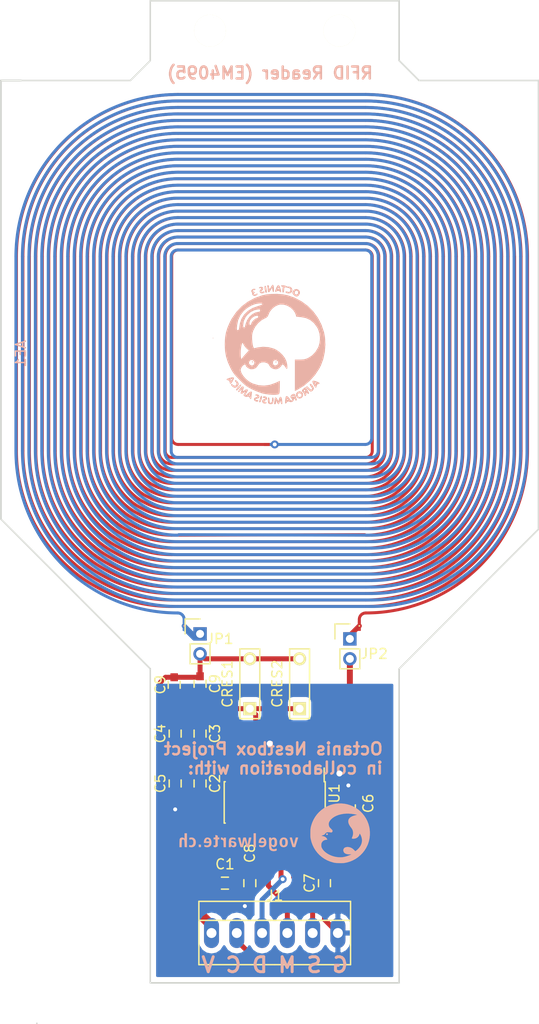
<source format=kicad_pcb>
(kicad_pcb (version 20170123) (host pcbnew "(2017-06-12 revision 19d5cc754)-master")

  (general
    (links 36)
    (no_connects 0)
    (area 129.899999 26.2425 184.4925 130.631001)
    (thickness 1.6)
    (drawings 26)
    (tracks 108)
    (zones 0)
    (modules 22)
    (nets 19)
  )

  (page A4)
  (layers
    (0 F.Cu signal)
    (31 B.Cu signal)
    (32 B.Adhes user)
    (33 F.Adhes user)
    (34 B.Paste user)
    (35 F.Paste user)
    (36 B.SilkS user)
    (37 F.SilkS user)
    (38 B.Mask user)
    (39 F.Mask user)
    (40 Dwgs.User user)
    (41 Cmts.User user)
    (42 Eco1.User user)
    (43 Eco2.User user)
    (44 Edge.Cuts user)
    (45 Margin user)
    (46 B.CrtYd user)
    (47 F.CrtYd user)
    (48 B.Fab user)
    (49 F.Fab user hide)
  )

  (setup
    (last_trace_width 0.25)
    (user_trace_width 1)
    (trace_clearance 0.2)
    (zone_clearance 0.508)
    (zone_45_only no)
    (trace_min 0.2)
    (segment_width 0.2)
    (edge_width 0.15)
    (via_size 0.8)
    (via_drill 0.4)
    (via_min_size 0.4)
    (via_min_drill 0.3)
    (uvia_size 0.3)
    (uvia_drill 0.1)
    (uvias_allowed no)
    (uvia_min_size 0.2)
    (uvia_min_drill 0.1)
    (pcb_text_width 0.3)
    (pcb_text_size 1.5 1.5)
    (mod_edge_width 0.15)
    (mod_text_size 1 1)
    (mod_text_width 0.15)
    (pad_size 1.524 1.524)
    (pad_drill 0.762)
    (pad_to_mask_clearance 0.2)
    (aux_axis_origin 0 0)
    (grid_origin 130 124)
    (visible_elements FFFFFF7F)
    (pcbplotparams
      (layerselection 0x010f0_ffffffff)
      (usegerberextensions true)
      (excludeedgelayer true)
      (linewidth 0.100000)
      (plotframeref false)
      (viasonmask false)
      (mode 1)
      (useauxorigin false)
      (hpglpennumber 1)
      (hpglpenspeed 20)
      (hpglpendiameter 15)
      (psnegative false)
      (psa4output false)
      (plotreference true)
      (plotvalue false)
      (plotinvisibletext false)
      (padsonsilk false)
      (subtractmaskfromsilk false)
      (outputformat 1)
      (mirror false)
      (drillshape 0)
      (scaleselection 1)
      (outputdirectory Gerber/))
  )

  (net 0 "")
  (net 1 GND)
  (net 2 /RFID_VDD)
  (net 3 "Net-(AE1-Pad2)")
  (net 4 "Net-(C1-Pad1)")
  (net 5 "Net-(AE1-Pad1)")
  (net 6 "Net-(AE2-Pad1)")
  (net 7 "Net-(C1-Pad2)")
  (net 8 "Net-(C2-Pad2)")
  (net 9 /ant2)
  (net 10 "Net-(C6-Pad2)")
  (net 11 "Net-(C7-Pad2)")
  (net 12 "Net-(C8-Pad2)")
  (net 13 /rdyclk)
  (net 14 /demod_out)
  (net 15 /mod)
  (net 16 /shd)
  (net 17 /ant1)
  (net 18 "Net-(C9-Pad2)")

  (net_class Default "Dies ist die voreingestellte Netzklasse."
    (clearance 0.2)
    (trace_width 0.25)
    (via_dia 0.8)
    (via_drill 0.4)
    (uvia_dia 0.3)
    (uvia_drill 0.1)
    (add_net /RFID_VDD)
    (add_net /ant1)
    (add_net /ant2)
    (add_net /demod_out)
    (add_net /mod)
    (add_net /rdyclk)
    (add_net /shd)
    (add_net GND)
    (add_net "Net-(AE1-Pad1)")
    (add_net "Net-(AE1-Pad2)")
    (add_net "Net-(AE2-Pad1)")
    (add_net "Net-(C1-Pad1)")
    (add_net "Net-(C1-Pad2)")
    (add_net "Net-(C2-Pad2)")
    (add_net "Net-(C6-Pad2)")
    (add_net "Net-(C7-Pad2)")
    (add_net "Net-(C8-Pad2)")
    (add_net "Net-(C9-Pad2)")
  )

  (net_class Antenna ""
    (clearance 0.2)
    (trace_width 1)
    (via_dia 0.8)
    (via_drill 0.4)
    (uvia_dia 0.3)
    (uvia_drill 0.1)
  )

  (module Octanis3:VogelwarteLogo3 (layer B.Cu) (tedit 0) (tstamp 5B102AE1)
    (at 157.5 111.5 180)
    (fp_text reference G*** (at 0 0 180) (layer B.SilkS) hide
      (effects (font (thickness 0.3)) (justify mirror))
    )
    (fp_text value LOGO (at 0.75 0 180) (layer B.SilkS) hide
      (effects (font (thickness 0.3)) (justify mirror))
    )
    (fp_poly (pts (xy -5.203641 -0.014986) (xy -5.173141 -0.044713) (xy -5.164667 -0.078522) (xy -5.177962 -0.129042)
      (xy -5.21137 -0.160626) (xy -5.255175 -0.170376) (xy -5.299659 -0.155392) (xy -5.327091 -0.127)
      (xy -5.345007 -0.093858) (xy -5.342109 -0.067799) (xy -5.327091 -0.042333) (xy -5.291121 -0.011455)
      (xy -5.246469 -0.00312) (xy -5.203641 -0.014986)) (layer B.SilkS) (width 0.01))
    (fp_poly (pts (xy 9.059333 -0.274701) (xy 9.059553 -0.376252) (xy 9.060517 -0.448003) (xy 9.062676 -0.494015)
      (xy 9.066484 -0.518355) (xy 9.072395 -0.525084) (xy 9.080861 -0.518268) (xy 9.085761 -0.511671)
      (xy 9.137746 -0.464527) (xy 9.209928 -0.434149) (xy 9.292272 -0.422044) (xy 9.374739 -0.429721)
      (xy 9.445551 -0.457613) (xy 9.481445 -0.482653) (xy 9.509558 -0.511717) (xy 9.530821 -0.549052)
      (xy 9.546165 -0.598905) (xy 9.55652 -0.665523) (xy 9.562817 -0.753155) (xy 9.565986 -0.866046)
      (xy 9.566958 -1.008445) (xy 9.566961 -1.011766) (xy 9.567333 -1.388533) (xy 9.35021 -1.388533)
      (xy 9.344384 -1.045633) (xy 9.341108 -0.907705) (xy 9.33645 -0.801903) (xy 9.330286 -0.726505)
      (xy 9.322493 -0.679795) (xy 9.31699 -0.664833) (xy 9.27805 -0.626516) (xy 9.224983 -0.611347)
      (xy 9.168041 -0.618964) (xy 9.117477 -0.649009) (xy 9.097647 -0.672545) (xy 9.08693 -0.693514)
      (xy 9.078659 -0.722799) (xy 9.072335 -0.7653) (xy 9.067461 -0.825917) (xy 9.063537 -0.909552)
      (xy 9.060065 -1.021105) (xy 9.059333 -1.049043) (xy 9.050867 -1.380066) (xy 8.822267 -1.39008)
      (xy 8.822267 0) (xy 9.059333 0) (xy 9.059333 -0.274701)) (layer B.SilkS) (width 0.01))
    (fp_poly (pts (xy 7.633458 -1.256509) (xy 7.628467 -1.380066) (xy 7.522414 -1.385113) (xy 7.45882 -1.385864)
      (xy 7.422457 -1.3799) (xy 7.407199 -1.366284) (xy 7.403049 -1.337145) (xy 7.401876 -1.286753)
      (xy 7.403185 -1.242703) (xy 7.408333 -1.142999) (xy 7.638449 -1.132951) (xy 7.633458 -1.256509)) (layer B.SilkS) (width 0.01))
    (fp_poly (pts (xy 5.401733 -0.533722) (xy 5.401106 -0.592761) (xy 5.397388 -0.624864) (xy 5.387822 -0.63696)
      (xy 5.369651 -0.635976) (xy 5.361805 -0.63409) (xy 5.307743 -0.635106) (xy 5.247176 -0.657292)
      (xy 5.19359 -0.69448) (xy 5.170217 -0.721706) (xy 5.158891 -0.743145) (xy 5.150385 -0.77155)
      (xy 5.14416 -0.812141) (xy 5.139679 -0.870136) (xy 5.136403 -0.950756) (xy 5.133795 -1.059219)
      (xy 5.133418 -1.07872) (xy 5.12757 -1.388533) (xy 4.910666 -1.388533) (xy 4.907374 -0.965199)
      (xy 4.906424 -0.845692) (xy 4.905505 -0.734753) (xy 4.904663 -0.637739) (xy 4.903946 -0.560001)
      (xy 4.903401 -0.506893) (xy 4.903141 -0.486833) (xy 4.9022 -0.431799) (xy 5.1054 -0.431799)
      (xy 5.110458 -0.500714) (xy 5.115515 -0.569628) (xy 5.188663 -0.49648) (xy 5.234566 -0.454092)
      (xy 5.271148 -0.431951) (xy 5.310357 -0.423948) (xy 5.331772 -0.423333) (xy 5.401733 -0.423333)
      (xy 5.401733 -0.533722)) (layer B.SilkS) (width 0.01))
    (fp_poly (pts (xy 3.649177 -0.426607) (xy 3.669498 -0.440059) (xy 3.674595 -0.469275) (xy 3.666579 -0.519353)
      (xy 3.647561 -0.59539) (xy 3.638522 -0.62974) (xy 3.613713 -0.723823) (xy 3.586182 -0.827804)
      (xy 3.557426 -0.936071) (xy 3.528942 -1.043015) (xy 3.502229 -1.143023) (xy 3.478785 -1.230486)
      (xy 3.460106 -1.299791) (xy 3.447692 -1.345329) (xy 3.443876 -1.3589) (xy 3.433917 -1.374544)
      (xy 3.410611 -1.383612) (xy 3.366683 -1.387723) (xy 3.310842 -1.388533) (xy 3.186501 -1.388533)
      (xy 3.15277 -1.240366) (xy 3.134799 -1.161393) (xy 3.112483 -1.063273) (xy 3.088977 -0.959885)
      (xy 3.071965 -0.885031) (xy 3.053529 -0.807647) (xy 3.036946 -0.744923) (xy 3.023898 -0.702753)
      (xy 3.016068 -0.687029) (xy 3.015517 -0.687237) (xy 3.009164 -0.705875) (xy 2.996803 -0.752543)
      (xy 2.979669 -0.82219) (xy 2.958997 -0.909764) (xy 2.936021 -1.010212) (xy 2.929705 -1.038339)
      (xy 2.853267 -1.380066) (xy 2.73194 -1.385012) (xy 2.671129 -1.385463) (xy 2.624623 -1.382018)
      (xy 2.601755 -1.375413) (xy 2.601191 -1.374713) (xy 2.59374 -1.353589) (xy 2.579241 -1.304908)
      (xy 2.559095 -1.233912) (xy 2.534703 -1.14584) (xy 2.507463 -1.045932) (xy 2.478776 -0.939429)
      (xy 2.450042 -0.831571) (xy 2.422662 -0.727599) (xy 2.398035 -0.632751) (xy 2.377562 -0.552269)
      (xy 2.362643 -0.491393) (xy 2.354677 -0.455363) (xy 2.353733 -0.44855) (xy 2.359165 -0.434287)
      (xy 2.380021 -0.426991) (xy 2.423138 -0.425361) (xy 2.467942 -0.426792) (xy 2.58215 -0.431799)
      (xy 2.635723 -0.685799) (xy 2.656312 -0.783689) (xy 2.676174 -0.878606) (xy 2.693431 -0.961544)
      (xy 2.706205 -1.023498) (xy 2.70926 -1.038509) (xy 2.720869 -1.089401) (xy 2.730948 -1.122317)
      (xy 2.736476 -1.129968) (xy 2.742154 -1.111899) (xy 2.753605 -1.06597) (xy 2.769599 -0.997456)
      (xy 2.788905 -0.911629) (xy 2.810294 -0.813766) (xy 2.810863 -0.811125) (xy 2.832625 -0.710349)
      (xy 2.852466 -0.618893) (xy 2.869078 -0.542748) (xy 2.881154 -0.487907) (xy 2.887299 -0.46073)
      (xy 2.894106 -0.441248) (xy 2.907923 -0.430093) (xy 2.936282 -0.425444) (xy 2.986716 -0.425479)
      (xy 3.027332 -0.426863) (xy 3.158067 -0.431799) (xy 3.233991 -0.79246) (xy 3.256308 -0.896562)
      (xy 3.276545 -0.987349) (xy 3.293642 -1.060352) (xy 3.306537 -1.111105) (xy 3.31417 -1.135141)
      (xy 3.315598 -1.13607) (xy 3.320612 -1.115004) (xy 3.331345 -1.065972) (xy 3.346687 -0.994183)
      (xy 3.365529 -0.904842) (xy 3.38676 -0.803155) (xy 3.392519 -0.77541) (xy 3.463755 -0.431799)
      (xy 3.554426 -0.426604) (xy 3.611523 -0.423821) (xy 3.649177 -0.426607)) (layer B.SilkS) (width 0.01))
    (fp_poly (pts (xy 2.116667 -1.388533) (xy 1.896533 -1.388533) (xy 1.896533 0) (xy 2.116667 0)
      (xy 2.116667 -1.388533)) (layer B.SilkS) (width 0.01))
    (fp_poly (pts (xy -2.092444 -0.512233) (xy -2.079218 -0.560084) (xy -2.059622 -0.632425) (xy -2.035877 -0.720987)
      (xy -2.010207 -0.8175) (xy -1.998231 -0.862796) (xy -1.974429 -0.951877) (xy -1.953316 -1.028799)
      (xy -1.936495 -1.087881) (xy -1.92557 -1.12344) (xy -1.922439 -1.131205) (xy -1.914671 -1.120741)
      (xy -1.902716 -1.086509) (xy -1.89652 -1.064275) (xy -1.884639 -1.019199) (xy -1.866396 -0.95068)
      (xy -1.844262 -0.86797) (xy -1.820707 -0.78032) (xy -1.820334 -0.778933) (xy -1.796834 -0.691497)
      (xy -1.774774 -0.609065) (xy -1.7566 -0.540807) (xy -1.744761 -0.495892) (xy -1.744607 -0.495299)
      (xy -1.725895 -0.423333) (xy -1.616481 -0.423333) (xy -1.560616 -0.425456) (xy -1.521186 -0.431009)
      (xy -1.507067 -0.438379) (xy -1.511634 -0.457805) (xy -1.52542 -0.506759) (xy -1.548553 -0.585671)
      (xy -1.581161 -0.694968) (xy -1.623372 -0.835079) (xy -1.675316 -1.00643) (xy -1.737118 -1.209452)
      (xy -1.776265 -1.337733) (xy -1.784869 -1.3588) (xy -1.799896 -1.371794) (xy -1.828893 -1.379091)
      (xy -1.879405 -1.383071) (xy -1.926178 -1.384962) (xy -1.995179 -1.386523) (xy -2.037533 -1.384322)
      (xy -2.060366 -1.377121) (xy -2.070805 -1.363679) (xy -2.072205 -1.359562) (xy -2.07944 -1.335566)
      (xy -2.09489 -1.284481) (xy -2.116943 -1.211629) (xy -2.143987 -1.12233) (xy -2.174408 -1.021905)
      (xy -2.206595 -0.915676) (xy -2.238935 -0.808962) (xy -2.269815 -0.707086) (xy -2.297625 -0.615367)
      (xy -2.32075 -0.539128) (xy -2.337579 -0.483688) (xy -2.346499 -0.454369) (xy -2.346929 -0.452966)
      (xy -2.348066 -0.437445) (xy -2.335257 -0.428497) (xy -2.302012 -0.424376) (xy -2.241837 -0.423336)
      (xy -2.236814 -0.423333) (xy -2.117613 -0.423333) (xy -2.092444 -0.512233)) (layer B.SilkS) (width 0.01))
    (fp_poly (pts (xy 8.426794 -0.424409) (xy 8.495734 -0.431805) (xy 8.548845 -0.445292) (xy 8.578014 -0.464344)
      (xy 8.58008 -0.468282) (xy 8.583201 -0.498557) (xy 8.580344 -0.546605) (xy 8.57792 -0.565251)
      (xy 8.566858 -0.63902) (xy 8.495596 -0.614388) (xy 8.40413 -0.59744) (xy 8.320951 -0.610402)
      (xy 8.251044 -0.651559) (xy 8.201264 -0.715592) (xy 8.180346 -0.779023) (xy 8.170565 -0.860557)
      (xy 8.171786 -0.947446) (xy 8.183877 -1.026942) (xy 8.205115 -1.083675) (xy 8.265428 -1.157676)
      (xy 8.340032 -1.202717) (xy 8.424428 -1.217222) (xy 8.514121 -1.199614) (xy 8.524327 -1.195562)
      (xy 8.5809 -1.171924) (xy 8.591008 -1.257269) (xy 8.595345 -1.308691) (xy 8.595245 -1.345627)
      (xy 8.593069 -1.355633) (xy 8.579089 -1.364233) (xy 8.544904 -1.373236) (xy 8.485995 -1.383585)
      (xy 8.398933 -1.396072) (xy 8.355991 -1.396741) (xy 8.299081 -1.391557) (xy 8.278757 -1.388473)
      (xy 8.183593 -1.362887) (xy 8.10567 -1.318293) (xy 8.038783 -1.255171) (xy 7.981157 -1.168158)
      (xy 7.942988 -1.060716) (xy 7.925541 -0.940983) (xy 7.930078 -0.817095) (xy 7.953957 -0.708911)
      (xy 7.993907 -0.62498) (xy 8.054172 -0.547143) (xy 8.12626 -0.484317) (xy 8.201679 -0.445421)
      (xy 8.206164 -0.444031) (xy 8.273895 -0.429996) (xy 8.350143 -0.423631) (xy 8.426794 -0.424409)) (layer B.SilkS) (width 0.01))
    (fp_poly (pts (xy 6.845033 -0.431633) (xy 6.880608 -0.439345) (xy 6.956328 -0.481399) (xy 7.020258 -0.550727)
      (xy 7.069468 -0.641915) (xy 7.101025 -0.749549) (xy 7.112 -0.866673) (xy 7.112 -0.965199)
      (xy 6.841066 -0.965199) (xy 6.73974 -0.965404) (xy 6.66741 -0.966418) (xy 6.619204 -0.968846)
      (xy 6.590251 -0.973289) (xy 6.575683 -0.98035) (xy 6.570627 -0.990632) (xy 6.570133 -0.998723)
      (xy 6.581337 -1.058934) (xy 6.609936 -1.121748) (xy 6.648411 -1.17282) (xy 6.670607 -1.190441)
      (xy 6.731463 -1.211531) (xy 6.81058 -1.218759) (xy 6.895405 -1.212307) (xy 6.973381 -1.19236)
      (xy 6.989233 -1.185789) (xy 7.0612 -1.153122) (xy 7.0612 -1.218642) (xy 7.063591 -1.268004)
      (xy 7.069478 -1.305102) (xy 7.07081 -1.309207) (xy 7.063266 -1.330651) (xy 7.028835 -1.351148)
      (xy 6.974495 -1.369248) (xy 6.907221 -1.383497) (xy 6.83399 -1.392445) (xy 6.761779 -1.394639)
      (xy 6.697565 -1.388628) (xy 6.693191 -1.387791) (xy 6.576378 -1.350543) (xy 6.484104 -1.290278)
      (xy 6.41623 -1.206784) (xy 6.372619 -1.09985) (xy 6.35313 -0.969266) (xy 6.353408 -0.870153)
      (xy 6.366923 -0.77362) (xy 6.569329 -0.77362) (xy 6.578612 -0.796776) (xy 6.611921 -0.808368)
      (xy 6.672909 -0.812376) (xy 6.733164 -0.812799) (xy 6.896195 -0.812799) (xy 6.884708 -0.740833)
      (xy 6.861353 -0.657459) (xy 6.822515 -0.603916) (xy 6.779208 -0.582036) (xy 6.712899 -0.579677)
      (xy 6.657256 -0.609017) (xy 6.611428 -0.670526) (xy 6.608233 -0.676706) (xy 6.58042 -0.734923)
      (xy 6.569329 -0.77362) (xy 6.366923 -0.77362) (xy 6.372508 -0.733733) (xy 6.41359 -0.620509)
      (xy 6.475562 -0.531829) (xy 6.557332 -0.469042) (xy 6.657807 -0.433495) (xy 6.71274 -0.426481)
      (xy 6.780932 -0.425925) (xy 6.845033 -0.431633)) (layer B.SilkS) (width 0.01))
    (fp_poly (pts (xy 5.953922 -0.185001) (xy 5.958417 -0.225996) (xy 5.960483 -0.284286) (xy 5.960533 -0.295448)
      (xy 5.960533 -0.421563) (xy 6.138333 -0.431799) (xy 6.138333 -0.601133) (xy 5.960533 -0.611369)
      (xy 5.960533 -0.897755) (xy 5.960725 -1.002559) (xy 5.9617 -1.078582) (xy 5.964061 -1.130907)
      (xy 5.96841 -1.164619) (xy 5.975348 -1.184803) (xy 5.985477 -1.196543) (xy 5.996722 -1.203509)
      (xy 6.038723 -1.214442) (xy 6.089325 -1.213721) (xy 6.089856 -1.213636) (xy 6.1468 -1.204395)
      (xy 6.1468 -1.278935) (xy 6.141774 -1.333851) (xy 6.125078 -1.363547) (xy 6.117166 -1.368775)
      (xy 6.052121 -1.388908) (xy 5.972003 -1.394617) (xy 5.899764 -1.386217) (xy 5.833474 -1.359083)
      (xy 5.781231 -1.319273) (xy 5.731933 -1.267859) (xy 5.726694 -0.938729) (xy 5.721454 -0.609599)
      (xy 5.571066 -0.609599) (xy 5.571066 -0.423333) (xy 5.721776 -0.423333) (xy 5.726855 -0.328218)
      (xy 5.731933 -0.233103) (xy 5.833533 -0.201467) (xy 5.88854 -0.18489) (xy 5.930224 -0.173344)
      (xy 5.947833 -0.169582) (xy 5.953922 -0.185001)) (layer B.SilkS) (width 0.01))
    (fp_poly (pts (xy 4.340385 -0.428647) (xy 4.418825 -0.446276) (xy 4.479583 -0.478751) (xy 4.524715 -0.522136)
      (xy 4.550793 -0.559891) (xy 4.570942 -0.606547) (xy 4.585819 -0.666515) (xy 4.59608 -0.744209)
      (xy 4.602381 -0.844038) (xy 4.605379 -0.970416) (xy 4.605866 -1.067633) (xy 4.605866 -1.388533)
      (xy 4.506078 -1.388533) (xy 4.442966 -1.385485) (xy 4.406498 -1.372913) (xy 4.389733 -1.345671)
      (xy 4.385733 -1.299313) (xy 4.384057 -1.277671) (xy 4.374234 -1.276799) (xy 4.349069 -1.297901)
      (xy 4.339166 -1.307096) (xy 4.2526 -1.36723) (xy 4.157603 -1.39517) (xy 4.056835 -1.390171)
      (xy 4.049146 -1.388454) (xy 3.961521 -1.352987) (xy 3.898074 -1.294251) (xy 3.859678 -1.213548)
      (xy 3.847206 -1.112182) (xy 3.84779 -1.093922) (xy 4.064 -1.093922) (xy 4.069095 -1.147247)
      (xy 4.088588 -1.182835) (xy 4.108617 -1.201037) (xy 4.169643 -1.230101) (xy 4.237836 -1.233738)
      (xy 4.285071 -1.218698) (xy 4.32699 -1.178134) (xy 4.358766 -1.108788) (xy 4.378583 -1.014706)
      (xy 4.379279 -1.008991) (xy 4.384187 -0.959435) (xy 4.38093 -0.929308) (xy 4.36379 -0.915596)
      (xy 4.327046 -0.915286) (xy 4.264979 -0.925363) (xy 4.232292 -0.93153) (xy 4.149618 -0.955819)
      (xy 4.096195 -0.993334) (xy 4.069019 -1.046973) (xy 4.064 -1.093922) (xy 3.84779 -1.093922)
      (xy 3.847975 -1.088149) (xy 3.86437 -0.993986) (xy 3.903071 -0.920029) (xy 3.966022 -0.864828)
      (xy 4.055165 -0.826934) (xy 4.172443 -0.804897) (xy 4.234409 -0.799797) (xy 4.38859 -0.791006)
      (xy 4.377324 -0.729936) (xy 4.359571 -0.676931) (xy 4.332039 -0.632341) (xy 4.33061 -0.630766)
      (xy 4.283652 -0.602738) (xy 4.21652 -0.591147) (xy 4.138636 -0.595964) (xy 4.059421 -0.617159)
      (xy 4.026504 -0.6317) (xy 3.949402 -0.670734) (xy 3.939477 -0.586927) (xy 3.935212 -0.535987)
      (xy 3.93541 -0.499615) (xy 3.937528 -0.490211) (xy 3.965071 -0.470681) (xy 4.017924 -0.452321)
      (xy 4.087537 -0.437041) (xy 4.165363 -0.426751) (xy 4.236894 -0.423333) (xy 4.340385 -0.428647)) (layer B.SilkS) (width 0.01))
    (fp_poly (pts (xy 1.33667 -0.436569) (xy 1.427676 -0.474206) (xy 1.498283 -0.533137) (xy 1.515906 -0.556618)
      (xy 1.551034 -0.626506) (xy 1.580846 -0.715866) (xy 1.601375 -0.810332) (xy 1.608667 -0.892557)
      (xy 1.608667 -0.965199) (xy 1.0668 -0.965199) (xy 1.0668 -1.01684) (xy 1.081064 -1.090881)
      (xy 1.119459 -1.154822) (xy 1.167846 -1.193513) (xy 1.230959 -1.212719) (xy 1.31098 -1.218901)
      (xy 1.393674 -1.212335) (xy 1.464803 -1.193298) (xy 1.477426 -1.187495) (xy 1.518096 -1.169769)
      (xy 1.544847 -1.163662) (xy 1.54874 -1.164917) (xy 1.554138 -1.185877) (xy 1.557413 -1.228601)
      (xy 1.557867 -1.253834) (xy 1.555553 -1.303997) (xy 1.545042 -1.331805) (xy 1.520976 -1.348647)
      (xy 1.5113 -1.352858) (xy 1.476507 -1.363608) (xy 1.423533 -1.376223) (xy 1.363438 -1.388534)
      (xy 1.307286 -1.398371) (xy 1.266137 -1.403565) (xy 1.253067 -1.403513) (xy 1.232641 -1.399423)
      (xy 1.191564 -1.391271) (xy 1.173927 -1.387781) (xy 1.081016 -1.360036) (xy 1.004307 -1.313394)
      (xy 0.943672 -1.255122) (xy 0.892332 -1.184665) (xy 0.859502 -1.104037) (xy 0.842923 -1.005643)
      (xy 0.839876 -0.905933) (xy 0.853063 -0.768792) (xy 1.0668 -0.768792) (xy 1.0668 -0.812799)
      (xy 1.376004 -0.812799) (xy 1.367001 -0.732925) (xy 1.348074 -0.66515) (xy 1.311841 -0.611895)
      (xy 1.264609 -0.580723) (xy 1.235986 -0.575733) (xy 1.172097 -0.591345) (xy 1.118332 -0.633306)
      (xy 1.081099 -0.694303) (xy 1.066808 -0.767021) (xy 1.0668 -0.768792) (xy 0.853063 -0.768792)
      (xy 0.853615 -0.763062) (xy 0.891315 -0.643905) (xy 0.953104 -0.548112) (xy 0.983743 -0.517027)
      (xy 1.046251 -0.46682) (xy 1.104331 -0.438023) (xy 1.171899 -0.425382) (xy 1.231889 -0.423333)
      (xy 1.33667 -0.436569)) (layer B.SilkS) (width 0.01))
    (fp_poly (pts (xy -0.835828 -0.426859) (xy -0.754385 -0.441677) (xy -0.731823 -0.449631) (xy -0.640595 -0.505376)
      (xy -0.569063 -0.586455) (xy -0.518564 -0.689745) (xy -0.490439 -0.812118) (xy -0.486026 -0.950451)
      (xy -0.491357 -1.01085) (xy -0.517957 -1.129185) (xy -0.565165 -1.2295) (xy -0.629994 -1.307923)
      (xy -0.709459 -1.360583) (xy -0.776699 -1.380815) (xy -0.849298 -1.391879) (xy -0.899971 -1.396917)
      (xy -0.94005 -1.396301) (xy -0.980866 -1.390404) (xy -0.99354 -1.387943) (xy -1.102614 -1.35277)
      (xy -1.188459 -1.294844) (xy -1.251992 -1.212953) (xy -1.294131 -1.105883) (xy -1.315796 -0.97242)
      (xy -1.316643 -0.96099) (xy -1.315988 -0.914399) (xy -1.07329 -0.914399) (xy -1.068872 -1.018915)
      (xy -1.054921 -1.096328) (xy -1.028187 -1.152813) (xy -0.985416 -1.194549) (xy -0.923356 -1.22771)
      (xy -0.904227 -1.23547) (xy -0.888996 -1.231033) (xy -0.854477 -1.219384) (xy -0.852559 -1.218716)
      (xy -0.798734 -1.184276) (xy -0.760839 -1.123127) (xy -0.738072 -1.033629) (xy -0.731728 -0.972075)
      (xy -0.730505 -0.838234) (xy -0.745765 -0.733102) (xy -0.777387 -0.656959) (xy -0.825251 -0.610088)
      (xy -0.889234 -0.592767) (xy -0.895204 -0.592666) (xy -0.96162 -0.602945) (xy -1.011335 -0.635341)
      (xy -1.045645 -0.692195) (xy -1.065846 -0.775848) (xy -1.073233 -0.888639) (xy -1.07329 -0.914399)
      (xy -1.315988 -0.914399) (xy -1.314681 -0.821544) (xy -1.289766 -0.697799) (xy -1.243405 -0.59317)
      (xy -1.177108 -0.511073) (xy -1.093398 -0.455384) (xy -1.019875 -0.433944) (xy -0.929171 -0.424358)
      (xy -0.835828 -0.426859)) (layer B.SilkS) (width 0.01))
    (fp_poly (pts (xy 0.179014 -0.43169) (xy 0.256811 -0.462397) (xy 0.312639 -0.51853) (xy 0.322795 -0.535772)
      (xy 0.347133 -0.581635) (xy 0.364067 -0.431799) (xy 0.567267 -0.431799) (xy 0.566513 -0.931333)
      (xy 0.565803 -1.094288) (xy 0.563812 -1.227378) (xy 0.559934 -1.334598) (xy 0.553567 -1.419943)
      (xy 0.544104 -1.487406) (xy 0.530943 -1.540983) (xy 0.513479 -1.584668) (xy 0.491107 -1.622457)
      (xy 0.463223 -1.658344) (xy 0.45511 -1.667726) (xy 0.384225 -1.724551) (xy 0.289634 -1.764468)
      (xy 0.177773 -1.786012) (xy 0.055077 -1.787717) (xy -0.02727 -1.777523) (xy -0.109119 -1.761201)
      (xy -0.162265 -1.74357) (xy -0.191608 -1.719077) (xy -0.202044 -1.682163) (xy -0.198471 -1.627273)
      (xy -0.192709 -1.589825) (xy -0.18259 -1.52865) (xy -0.095529 -1.562375) (xy -0.006239 -1.587181)
      (xy 0.086383 -1.596469) (xy 0.170954 -1.589959) (xy 0.230734 -1.570383) (xy 0.2809 -1.525669)
      (xy 0.31712 -1.455872) (xy 0.336356 -1.367971) (xy 0.338667 -1.322449) (xy 0.338667 -1.240117)
      (xy 0.275167 -1.303329) (xy 0.199873 -1.357213) (xy 0.116728 -1.38111) (xy 0.031033 -1.376241)
      (xy -0.05191 -1.343827) (xy -0.1268 -1.285089) (xy -0.188335 -1.201248) (xy -0.191243 -1.195903)
      (xy -0.207246 -1.162141) (xy -0.21796 -1.126717) (xy -0.224407 -1.081936) (xy -0.227607 -1.020101)
      (xy -0.228582 -0.933519) (xy -0.2286 -0.914399) (xy -0.228397 -0.883641) (xy 0.000896 -0.883641)
      (xy 0.003551 -0.974551) (xy 0.013517 -1.052726) (xy 0.018127 -1.072132) (xy 0.038444 -1.12352)
      (xy 0.064854 -1.165197) (xy 0.068833 -1.169499) (xy 0.117029 -1.196001) (xy 0.17756 -1.200252)
      (xy 0.237269 -1.182296) (xy 0.258062 -1.168839) (xy 0.293812 -1.122315) (xy 0.319982 -1.051675)
      (xy 0.335337 -0.965626) (xy 0.338637 -0.872875) (xy 0.328646 -0.78213) (xy 0.318752 -0.741794)
      (xy 0.289536 -0.681724) (xy 0.245121 -0.631433) (xy 0.194541 -0.599507) (xy 0.161851 -0.592666)
      (xy 0.108524 -0.608003) (xy 0.05957 -0.648344) (xy 0.024279 -0.705187) (xy 0.017611 -0.72467)
      (xy 0.005575 -0.79526) (xy 0.000896 -0.883641) (xy -0.228397 -0.883641) (xy -0.227997 -0.823168)
      (xy -0.22537 -0.757321) (xy -0.21949 -0.708388) (xy -0.209131 -0.667895) (xy -0.193063 -0.627371)
      (xy -0.184207 -0.608067) (xy -0.134406 -0.523651) (xy -0.074654 -0.468197) (xy 0.001944 -0.436941)
      (xy 0.078845 -0.426228) (xy 0.179014 -0.43169)) (layer B.SilkS) (width 0.01))
    (fp_poly (pts (xy -6.4516 2.991784) (xy -6.159078 2.967661) (xy -5.884474 2.919347) (xy -5.620627 2.845408)
      (xy -5.496028 2.800521) (xy -5.207417 2.67144) (xy -4.936251 2.514542) (xy -4.684338 2.331713)
      (xy -4.453489 2.124841) (xy -4.245513 1.89581) (xy -4.062218 1.646509) (xy -3.905415 1.378824)
      (xy -3.776912 1.094641) (xy -3.726717 0.955644) (xy -3.682236 0.817228) (xy -3.647767 0.696356)
      (xy -3.622082 0.58497) (xy -3.603953 0.475013) (xy -3.59215 0.358427) (xy -3.585445 0.227155)
      (xy -3.582609 0.073139) (xy -3.582294 0.008467) (xy -3.582369 -0.123859) (xy -3.583565 -0.228975)
      (xy -3.586315 -0.313532) (xy -3.591054 -0.384179) (xy -3.598217 -0.447568) (xy -3.608239 -0.510347)
      (xy -3.620283 -0.572918) (xy -3.700315 -0.885777) (xy -3.809733 -1.1832) (xy -3.947068 -1.463715)
      (xy -4.110854 -1.72585) (xy -4.299623 -1.968134) (xy -4.511906 -2.189094) (xy -4.746235 -2.387259)
      (xy -5.001144 -2.561156) (xy -5.275164 -2.709315) (xy -5.566826 -2.830263) (xy -5.874665 -2.922528)
      (xy -5.989358 -2.948478) (xy -6.072002 -2.961491) (xy -6.1805 -2.972555) (xy -6.306884 -2.981412)
      (xy -6.443183 -2.987804) (xy -6.581428 -2.991472) (xy -6.71365 -2.992157) (xy -6.831877 -2.989601)
      (xy -6.928142 -2.983544) (xy -6.9596 -2.979964) (xy -7.269802 -2.921057) (xy -7.568977 -2.831083)
      (xy -7.855136 -2.711614) (xy -8.126292 -2.564222) (xy -8.380456 -2.390478) (xy -8.615639 -2.191954)
      (xy -8.829855 -1.970222) (xy -9.021113 -1.726854) (xy -9.187427 -1.46342) (xy -9.326808 -1.181494)
      (xy -9.370654 -1.074105) (xy -9.463906 -0.786566) (xy -9.479837 -0.711199) (xy -8.771467 -0.711199)
      (xy -8.754708 -0.897124) (xy -8.704936 -1.078749) (xy -8.62291 -1.254315) (xy -8.509388 -1.422068)
      (xy -8.42021 -1.524882) (xy -8.354946 -1.590759) (xy -8.287204 -1.654196) (xy -8.226016 -1.706979)
      (xy -8.18885 -1.735328) (xy -8.097081 -1.798532) (xy -7.964374 -1.665233) (xy -7.84256 -1.555904)
      (xy -7.721789 -1.475506) (xy -7.595321 -1.42001) (xy -7.516824 -1.397673) (xy -7.383435 -1.377038)
      (xy -7.254531 -1.377392) (xy -7.137345 -1.397918) (xy -7.03911 -1.437799) (xy -7.0127 -1.454628)
      (xy -6.962951 -1.506015) (xy -6.921877 -1.577062) (xy -6.896555 -1.653601) (xy -6.891867 -1.69655)
      (xy -6.905154 -1.788074) (xy -6.940854 -1.879428) (xy -6.992721 -1.954945) (xy -6.996418 -1.958844)
      (xy -7.07516 -2.018418) (xy -7.17987 -2.064388) (xy -7.304928 -2.095363) (xy -7.444714 -2.109956)
      (xy -7.593608 -2.106777) (xy -7.5946 -2.106695) (xy -7.65595 -2.102594) (xy -7.700443 -2.101593)
      (xy -7.720811 -2.103781) (xy -7.721054 -2.105162) (xy -7.698517 -2.118804) (xy -7.650786 -2.141214)
      (xy -7.584542 -2.169714) (xy -7.506464 -2.201626) (xy -7.423234 -2.234272) (xy -7.341531 -2.264974)
      (xy -7.268034 -2.291052) (xy -7.2136 -2.308604) (xy -7.031943 -2.35743) (xy -6.866442 -2.389695)
      (xy -6.706397 -2.406279) (xy -6.541104 -2.408067) (xy -6.359863 -2.395939) (xy -6.271155 -2.386284)
      (xy -6.053857 -2.349104) (xy -5.839356 -2.290894) (xy -5.631551 -2.213932) (xy -5.434338 -2.120501)
      (xy -5.251612 -2.01288) (xy -5.087272 -1.893351) (xy -4.945213 -1.764194) (xy -4.829333 -1.627689)
      (xy -4.747709 -1.494619) (xy -4.717492 -1.432274) (xy -4.698332 -1.384123) (xy -4.687719 -1.338653)
      (xy -4.683138 -1.28435) (xy -4.682078 -1.209699) (xy -4.682067 -1.193799) (xy -4.683079 -1.111748)
      (xy -4.687391 -1.052853) (xy -4.696913 -1.006433) (xy -4.713554 -0.961805) (xy -4.72971 -0.927445)
      (xy -4.799726 -0.821486) (xy -4.893106 -0.739144) (xy -5.007645 -0.681827) (xy -5.141142 -0.650939)
      (xy -5.166993 -0.648297) (xy -5.224719 -0.642546) (xy -5.266316 -0.636664) (xy -5.283162 -0.631882)
      (xy -5.2832 -0.631703) (xy -5.274768 -0.608421) (xy -5.253528 -0.567728) (xy -5.225567 -0.520322)
      (xy -5.19697 -0.476899) (xy -5.188735 -0.465666) (xy -5.116649 -0.396512) (xy -5.01727 -0.339704)
      (xy -4.895572 -0.297297) (xy -4.756529 -0.271348) (xy -4.707467 -0.266731) (xy -4.685411 -0.263675)
      (xy -4.681565 -0.257536) (xy -4.699213 -0.246369) (xy -4.741639 -0.228229) (xy -4.812126 -0.20117)
      (xy -4.828501 -0.195032) (xy -4.909321 -0.163834) (xy -4.964459 -0.139373) (xy -5.000415 -0.117827)
      (xy -5.023685 -0.095377) (xy -5.039201 -0.071152) (xy -5.09726 0.00664) (xy -5.174704 0.068261)
      (xy -5.253345 0.102776) (xy -5.293697 0.111004) (xy -5.341365 0.114606) (xy -5.402449 0.113399)
      (xy -5.483049 0.107202) (xy -5.589262 0.095832) (xy -5.62465 0.091669) (xy -5.681147 0.0865)
      (xy -5.716615 0.089869) (xy -5.743411 0.104637) (xy -5.76435 0.124011) (xy -5.796838 0.16918)
      (xy -5.807909 0.22527) (xy -5.808134 0.237719) (xy -5.806675 0.267811) (xy -5.799688 0.294218)
      (xy -5.783255 0.322522) (xy -5.753458 0.358301) (xy -5.70638 0.407138) (xy -5.650081 0.462856)
      (xy -5.584169 0.528462) (xy -5.537868 0.578025) (xy -5.506116 0.618701) (xy -5.483851 0.657646)
      (xy -5.46601 0.702015) (xy -5.453046 0.741388) (xy -5.425688 0.868746) (xy -5.427272 0.990244)
      (xy -5.458744 1.108996) (xy -5.521051 1.228113) (xy -5.61514 1.350706) (xy -5.650199 1.38915)
      (xy -5.805445 1.530257) (xy -5.988098 1.654483) (xy -6.195454 1.760454) (xy -6.424812 1.846792)
      (xy -6.673468 1.912123) (xy -6.6802 1.913536) (xy -6.931558 1.956013) (xy -7.182202 1.97751)
      (xy -7.438515 1.977974) (xy -7.706878 1.957351) (xy -7.993674 1.915588) (xy -8.068733 1.901889)
      (xy -8.3058 1.857022) (xy -8.162097 1.826009) (xy -7.957303 1.772504) (xy -7.784185 1.707172)
      (xy -7.642652 1.629928) (xy -7.532615 1.540687) (xy -7.453982 1.43936) (xy -7.406664 1.325862)
      (xy -7.390569 1.200108) (xy -7.398774 1.098687) (xy -7.433764 0.969543) (xy -7.498296 0.830179)
      (xy -7.590787 0.683727) (xy -7.645397 0.610882) (xy -7.712804 0.522675) (xy -7.762066 0.450511)
      (xy -7.798099 0.385629) (xy -7.825821 0.31927) (xy -7.848148 0.249594) (xy -7.876597 0.092252)
      (xy -7.873876 -0.07304) (xy -7.840399 -0.242004) (xy -7.786353 -0.389166) (xy -7.761267 -0.446868)
      (xy -7.749521 -0.481979) (xy -7.749904 -0.50249) (xy -7.761204 -0.516391) (xy -7.766449 -0.520399)
      (xy -7.800141 -0.532154) (xy -7.858365 -0.539711) (xy -7.918935 -0.541866) (xy -8.063181 -0.526334)
      (xy -8.194601 -0.481439) (xy -8.309724 -0.409735) (xy -8.40508 -0.313774) (xy -8.4772 -0.196109)
      (xy -8.51079 -0.106417) (xy -8.537684 -0.013904) (xy -8.579986 -0.076157) (xy -8.652204 -0.205152)
      (xy -8.710375 -0.354524) (xy -8.750934 -0.512449) (xy -8.770315 -0.667099) (xy -8.771467 -0.711199)
      (xy -9.479837 -0.711199) (xy -9.5272 -0.487141) (xy -9.560197 -0.180369) (xy -9.562559 0.129213)
      (xy -9.533945 0.437068) (xy -9.498381 0.635) (xy -9.41654 0.937107) (xy -9.305448 1.224447)
      (xy -9.166995 1.495556) (xy -9.003074 1.74897) (xy -8.815577 1.983227) (xy -8.606396 2.196862)
      (xy -8.377423 2.388413) (xy -8.13055 2.556414) (xy -7.86767 2.699404) (xy -7.590674 2.815918)
      (xy -7.301454 2.904492) (xy -7.001902 2.963664) (xy -6.693911 2.991969) (xy -6.4516 2.991784)) (layer B.SilkS) (width 0.01))
  )

  (module Capacitors_SMD:C_0603 (layer F.Cu) (tedit 5415D631) (tstamp 5B0C89B7)
    (at 147.4 96.6 270)
    (descr "Capacitor SMD 0603, reflow soldering, AVX (see smccp.pdf)")
    (tags "capacitor 0603")
    (path /5AFA5D8F)
    (attr smd)
    (fp_text reference C9 (at 0 1.4 270) (layer F.SilkS)
      (effects (font (size 1 1) (thickness 0.15)))
    )
    (fp_text value C (at 0 1.9 270) (layer F.Fab)
      (effects (font (size 1 1) (thickness 0.15)))
    )
    (fp_line (start 0.35 0.6) (end -0.35 0.6) (layer F.SilkS) (width 0.15))
    (fp_line (start -0.35 -0.6) (end 0.35 -0.6) (layer F.SilkS) (width 0.15))
    (fp_line (start 1.45 -0.75) (end 1.45 0.75) (layer F.CrtYd) (width 0.05))
    (fp_line (start -1.45 -0.75) (end -1.45 0.75) (layer F.CrtYd) (width 0.05))
    (fp_line (start -1.45 0.75) (end 1.45 0.75) (layer F.CrtYd) (width 0.05))
    (fp_line (start -1.45 -0.75) (end 1.45 -0.75) (layer F.CrtYd) (width 0.05))
    (pad 2 smd rect (at 0.75 0 270) (size 0.8 0.75) (layers F.Cu F.Paste F.Mask)
      (net 18 "Net-(C9-Pad2)"))
    (pad 1 smd rect (at -0.75 0 270) (size 0.8 0.75) (layers F.Cu F.Paste F.Mask)
      (net 9 /ant2))
    (model Capacitors_SMD.3dshapes/C_0603.wrl
      (at (xyz 0 0 0))
      (scale (xyz 1 1 1))
      (rotate (xyz 0 0 0))
    )
  )

  (module Octanis3:octanis3_logo (layer B.Cu) (tedit 0) (tstamp 5B0859AD)
    (at 157.5 62.5 180)
    (fp_text reference G*** (at 0 0 180) (layer B.SilkS) hide
      (effects (font (thickness 0.3)) (justify mirror))
    )
    (fp_text value LOGO (at 0.75 0 180) (layer B.SilkS) hide
      (effects (font (thickness 0.3)) (justify mirror))
    )
    (fp_poly (pts (xy 2.285271 -1.700129) (xy 2.286 -1.7145) (xy 2.237184 -1.775559) (xy 2.218752 -1.778)
      (xy 2.180827 -1.739097) (xy 2.19075 -1.7145) (xy 2.247811 -1.653922) (xy 2.257997 -1.651)
      (xy 2.285271 -1.700129)) (layer B.SilkS) (width 0.01))
    (fp_poly (pts (xy -0.127 -1.68275) (xy -0.066423 -1.739811) (xy -0.0635 -1.749997) (xy -0.11263 -1.777271)
      (xy -0.127 -1.778) (xy -0.18806 -1.729184) (xy -0.1905 -1.710752) (xy -0.151598 -1.672827)
      (xy -0.127 -1.68275)) (layer B.SilkS) (width 0.01))
    (fp_poly (pts (xy 0.328725 5.875798) (xy 0.35972 5.815112) (xy 0.456303 5.646286) (xy 0.525647 5.597656)
      (xy 0.564362 5.669809) (xy 0.5715 5.7785) (xy 0.597027 5.925582) (xy 0.673543 5.969)
      (xy 0.745262 5.93113) (xy 0.737043 5.868557) (xy 0.711746 5.741159) (xy 0.698901 5.556192)
      (xy 0.6985 5.519307) (xy 0.673997 5.337344) (xy 0.608145 5.271466) (xy 0.512427 5.32227)
      (xy 0.398328 5.490354) (xy 0.391573 5.503354) (xy 0.272112 5.736207) (xy 0.228428 5.503354)
      (xy 0.180566 5.328419) (xy 0.132372 5.271906) (xy 0.093626 5.325639) (xy 0.074108 5.481442)
      (xy 0.076206 5.630609) (xy 0.105583 5.87277) (xy 0.159671 5.995792) (xy 0.235155 5.99752)
      (xy 0.328725 5.875798)) (layer B.SilkS) (width 0.01))
    (fp_poly (pts (xy -0.327148 5.969741) (xy -0.229029 5.841411) (xy -0.158869 5.702722) (xy -0.069943 5.480542)
      (xy -0.044281 5.34148) (xy -0.0813 5.294854) (xy -0.180417 5.349984) (xy -0.18093 5.350414)
      (xy -0.30088 5.405882) (xy -0.425667 5.406523) (xy -0.502302 5.355751) (xy -0.508 5.329344)
      (xy -0.558884 5.275827) (xy -0.594916 5.2705) (xy -0.638831 5.291005) (xy -0.642232 5.369732)
      (xy -0.603944 5.532501) (xy -0.582655 5.606426) (xy -0.411347 5.606426) (xy -0.372303 5.547)
      (xy -0.315886 5.557248) (xy -0.286078 5.637223) (xy -0.297361 5.690608) (xy -0.340629 5.752113)
      (xy -0.385647 5.707482) (xy -0.411347 5.606426) (xy -0.582655 5.606426) (xy -0.579041 5.618973)
      (xy -0.493974 5.860152) (xy -0.412736 5.976532) (xy -0.327148 5.969741)) (layer B.SilkS) (width 0.01))
    (fp_poly (pts (xy 1.014855 5.829) (xy 1.012163 5.649978) (xy 0.997299 5.540375) (xy 0.950851 5.321408)
      (xy 0.898902 5.218689) (xy 0.83493 5.221472) (xy 0.814468 5.239199) (xy 0.80391 5.316611)
      (xy 0.815005 5.468652) (xy 0.840689 5.646238) (xy 0.873902 5.800286) (xy 0.906806 5.880974)
      (xy 0.978631 5.91016) (xy 1.014855 5.829)) (layer B.SilkS) (width 0.01))
    (fp_poly (pts (xy 1.502347 5.783783) (xy 1.573846 5.724212) (xy 1.563807 5.667107) (xy 1.468012 5.680866)
      (xy 1.358253 5.688407) (xy 1.342308 5.629015) (xy 1.425733 5.527072) (xy 1.431814 5.521957)
      (xy 1.512086 5.393234) (xy 1.493477 5.260694) (xy 1.388694 5.171276) (xy 1.3335 5.158801)
      (xy 1.172508 5.169408) (xy 1.08003 5.203782) (xy 1.021545 5.276183) (xy 1.056988 5.336889)
      (xy 1.135489 5.373809) (xy 1.17133 5.339533) (xy 1.265797 5.277938) (xy 1.316566 5.2705)
      (xy 1.370982 5.287051) (xy 1.339316 5.351471) (xy 1.275321 5.423586) (xy 1.166488 5.587755)
      (xy 1.163547 5.7191) (xy 1.261998 5.797276) (xy 1.360827 5.81025) (xy 1.502347 5.783783)) (layer B.SilkS) (width 0.01))
    (fp_poly (pts (xy -0.696235 5.950804) (xy -0.635351 5.917654) (xy -0.635 5.913861) (xy -0.686499 5.850689)
      (xy -0.733128 5.842) (xy -0.795488 5.815554) (xy -0.804449 5.715964) (xy -0.789651 5.620229)
      (xy -0.771092 5.434742) (xy -0.785556 5.295888) (xy -0.825542 5.229299) (xy -0.883552 5.260607)
      (xy -0.891444 5.27228) (xy -0.933665 5.399855) (xy -0.951528 5.572125) (xy -0.96321 5.703112)
      (xy -1.014371 5.764188) (xy -1.131574 5.764671) (xy -1.341384 5.713877) (xy -1.349375 5.711662)
      (xy -1.510174 5.650759) (xy -1.577751 5.568508) (xy -1.5875 5.487773) (xy -1.540146 5.339616)
      (xy -1.421017 5.278725) (xy -1.264533 5.322678) (xy -1.154598 5.361595) (xy -1.106059 5.325601)
      (xy -1.102977 5.240004) (xy -1.189491 5.18012) (xy -1.329874 5.151089) (xy -1.488398 5.158051)
      (xy -1.629336 5.206146) (xy -1.678215 5.243286) (xy -1.766569 5.405288) (xy -1.756702 5.579659)
      (xy -1.667644 5.730378) (xy -1.518424 5.821421) (xy -1.369691 5.827308) (xy -1.244006 5.82441)
      (xy -1.191475 5.855326) (xy -1.123795 5.903532) (xy -0.9874 5.938805) (xy -0.829232 5.956209)
      (xy -0.696235 5.950804)) (layer B.SilkS) (width 0.01))
    (fp_poly (pts (xy 2.26609 5.542614) (xy 2.34526 5.434971) (xy 2.3495 5.403294) (xy 2.320302 5.280544)
      (xy 2.284964 5.23811) (xy 2.249442 5.160273) (xy 2.25868 5.136331) (xy 2.256229 5.040017)
      (xy 2.175486 4.943231) (xy 2.056814 4.890784) (xy 2.036361 4.8895) (xy 1.901404 4.925597)
      (xy 1.806111 4.979559) (xy 1.72972 5.06484) (xy 1.731533 5.1182) (xy 1.810094 5.123126)
      (xy 1.855258 5.091642) (xy 1.96779 5.024565) (xy 2.012949 5.0165) (xy 2.083253 5.060448)
      (xy 2.086647 5.151057) (xy 2.022207 5.226477) (xy 2.016125 5.229185) (xy 1.999991 5.267699)
      (xy 2.079625 5.305383) (xy 2.190476 5.364167) (xy 2.222302 5.429938) (xy 2.159 5.468938)
      (xy 2.041146 5.484289) (xy 2.037291 5.484813) (xy 1.946619 5.525317) (xy 1.948208 5.58358)
      (xy 1.981636 5.603562) (xy 2.127169 5.608455) (xy 2.26609 5.542614)) (layer B.SilkS) (width 0.01))
    (fp_poly (pts (xy -1.973761 5.531869) (xy -1.839136 5.392536) (xy -1.778449 5.213591) (xy -1.778 5.19748)
      (xy -1.828055 5.084245) (xy -1.947824 4.957974) (xy -2.091718 4.858864) (xy -2.199314 4.826)
      (xy -2.305181 4.867752) (xy -2.413 4.953) (xy -2.520511 5.13255) (xy -2.520967 5.226203)
      (xy -2.369576 5.226203) (xy -2.325192 5.097669) (xy -2.207719 5.02903) (xy -2.138829 5.028522)
      (xy -2.026573 5.087464) (xy -2.00025 5.20008) (xy -2.040195 5.352997) (xy -2.135999 5.436605)
      (xy -2.25162 5.431367) (xy -2.319009 5.372854) (xy -2.369576 5.226203) (xy -2.520967 5.226203)
      (xy -2.521414 5.317879) (xy -2.429939 5.475682) (xy -2.260312 5.572654) (xy -2.141726 5.588)
      (xy -1.973761 5.531869)) (layer B.SilkS) (width 0.01))
    (fp_poly (pts (xy 6.223 0.66675) (xy 6.19125 0.635) (xy 6.1595 0.66675) (xy 6.19125 0.6985)
      (xy 6.223 0.66675)) (layer B.SilkS) (width 0.01))
    (fp_poly (pts (xy 4.365402 -3.285696) (xy 4.542366 -3.331633) (xy 4.752146 -3.406694) (xy 4.839003 -3.472991)
      (xy 4.801819 -3.528423) (xy 4.66725 -3.566254) (xy 4.555466 -3.644778) (xy 4.520157 -3.762917)
      (xy 4.488765 -3.896476) (xy 4.432597 -3.921282) (xy 4.343943 -3.83428) (xy 4.222403 -3.64493)
      (xy 4.121831 -3.445701) (xy 4.274592 -3.445701) (xy 4.310435 -3.515019) (xy 4.318 -3.52425)
      (xy 4.394088 -3.603168) (xy 4.421025 -3.6195) (xy 4.44235 -3.567641) (xy 4.445 -3.52425)
      (xy 4.393583 -3.441898) (xy 4.341974 -3.429) (xy 4.274592 -3.445701) (xy 4.121831 -3.445701)
      (xy 4.11869 -3.439479) (xy 4.103372 -3.315607) (xy 4.18332 -3.266588) (xy 4.365402 -3.285696)) (layer B.SilkS) (width 0.01))
    (fp_poly (pts (xy 3.997017 -3.592531) (xy 3.968311 -3.679396) (xy 3.902185 -3.749043) (xy 3.826901 -3.872906)
      (xy 3.838643 -4.007403) (xy 3.927266 -4.101094) (xy 3.974306 -4.114689) (xy 4.1196 -4.087236)
      (xy 4.188456 -4.035314) (xy 4.289996 -3.950396) (xy 4.364134 -3.950066) (xy 4.3815 -4.0005)
      (xy 4.330492 -4.109915) (xy 4.210076 -4.224719) (xy 4.069163 -4.304154) (xy 4.0005 -4.318)
      (xy 3.862264 -4.274902) (xy 3.7465 -4.191) (xy 3.651362 -4.052764) (xy 3.6195 -3.937)
      (xy 3.662006 -3.805701) (xy 3.762352 -3.667936) (xy 3.87978 -3.572614) (xy 3.937 -3.556)
      (xy 3.997017 -3.592531)) (layer B.SilkS) (width 0.01))
    (fp_poly (pts (xy -3.792738 -3.688883) (xy -3.837636 -3.854537) (xy -3.911196 -4.012233) (xy -4.02956 -4.218748)
      (xy -4.115883 -4.30468) (xy -4.173342 -4.271464) (xy -4.202658 -4.143917) (xy -4.262932 -3.992399)
      (xy -4.34975 -3.947254) (xy -4.489623 -3.905501) (xy -4.509598 -3.848986) (xy -4.507103 -3.847157)
      (xy -4.159542 -3.847157) (xy -4.154498 -3.881189) (xy -4.084772 -3.909544) (xy -4.015145 -3.859758)
      (xy -4.0005 -3.808245) (xy -4.047169 -3.776461) (xy -4.095386 -3.786896) (xy -4.159542 -3.847157)
      (xy -4.507103 -3.847157) (xy -4.408004 -3.774537) (xy -4.214673 -3.690884) (xy -3.974898 -3.61379)
      (xy -3.836373 -3.610879) (xy -3.792738 -3.688883)) (layer B.SilkS) (width 0.01))
    (fp_poly (pts (xy 3.496467 -4.045663) (xy 3.611858 -4.156259) (xy 3.735334 -4.294941) (xy 3.833634 -4.424366)
      (xy 3.8735 -4.506961) (xy 3.843022 -4.584678) (xy 3.755513 -4.554811) (xy 3.616856 -4.420098)
      (xy 3.571875 -4.36667) (xy 3.424188 -4.169062) (xy 3.369026 -4.049537) (xy 3.403873 -4.001935)
      (xy 3.422421 -4.0005) (xy 3.496467 -4.045663)) (layer B.SilkS) (width 0.01))
    (fp_poly (pts (xy -3.538263 -3.929337) (xy -3.531249 -4.02328) (xy -3.6337 -4.181616) (xy -3.642806 -4.192545)
      (xy -3.73975 -4.32993) (xy -3.778674 -4.431637) (xy -3.774928 -4.450376) (xy -3.681012 -4.507676)
      (xy -3.553207 -4.457924) (xy -3.420803 -4.320493) (xy -3.305457 -4.199875) (xy -3.21631 -4.169613)
      (xy -3.175581 -4.235939) (xy -3.175 -4.251532) (xy -3.22009 -4.342685) (xy -3.3294 -4.470054)
      (xy -3.463997 -4.595776) (xy -3.584945 -4.681987) (xy -3.635136 -4.699) (xy -3.746204 -4.655308)
      (xy -3.831909 -4.582874) (xy -3.922359 -4.4344) (xy -3.910622 -4.280755) (xy -3.793336 -4.094107)
      (xy -3.769382 -4.06504) (xy -3.633863 -3.935213) (xy -3.545138 -3.923451) (xy -3.538263 -3.929337)) (layer B.SilkS) (width 0.01))
    (fp_poly (pts (xy 0.343956 5.091094) (xy 0.891707 5.032668) (xy 1.230512 4.961244) (xy 2.000675 4.692187)
      (xy 2.699174 4.319341) (xy 3.321006 3.846837) (xy 3.861166 3.278809) (xy 4.31465 2.61939)
      (xy 4.508511 2.25425) (xy 4.742589 1.714454) (xy 4.897882 1.207627) (xy 4.985388 0.685257)
      (xy 5.016104 0.098834) (xy 5.0165 0.013498) (xy 4.985849 -0.611804) (xy 4.886607 -1.181835)
      (xy 4.707838 -1.742182) (xy 4.464894 -2.286) (xy 4.324073 -2.555805) (xy 4.187346 -2.779574)
      (xy 4.030674 -2.989116) (xy 3.83002 -3.216244) (xy 3.561347 -3.49277) (xy 3.527088 -3.527088)
      (xy 3.24329 -3.804588) (xy 3.012341 -4.011459) (xy 2.802429 -4.171741) (xy 2.581743 -4.30947)
      (xy 2.318471 -4.448684) (xy 2.286 -4.464894) (xy 1.96576 -4.611177) (xy 1.618524 -4.749173)
      (xy 1.300526 -4.857225) (xy 1.180467 -4.89068) (xy 0.882607 -4.950562) (xy 0.558712 -4.991753)
      (xy 0.237775 -5.013359) (xy -0.051207 -5.014489) (xy -0.279239 -4.99425) (xy -0.417327 -4.95175)
      (xy -0.4318 -4.9403) (xy -0.47229 -4.831531) (xy -0.498066 -4.607392) (xy -0.507934 -4.278791)
      (xy -0.508 -4.245136) (xy -0.508 -3.626172) (xy -0.100191 -3.817009) (xy 0.476338 -4.022593)
      (xy 1.05648 -4.104331) (xy 1.630817 -4.062132) (xy 2.18993 -3.895904) (xy 2.314569 -3.840503)
      (xy 2.621935 -3.656485) (xy 2.907463 -3.41571) (xy 3.149916 -3.143424) (xy 3.32806 -2.864871)
      (xy 3.420658 -2.605297) (xy 3.429 -2.515651) (xy 3.388906 -2.365925) (xy 3.289936 -2.195843)
      (xy 3.264605 -2.163872) (xy 3.124127 -2.029168) (xy 3.005687 -1.971503) (xy 2.932951 -1.998535)
      (xy 2.921 -2.052681) (xy 2.866238 -2.178211) (xy 2.72777 -2.307669) (xy 2.544317 -2.411217)
      (xy 2.400184 -2.453978) (xy 2.129938 -2.441445) (xy 1.891478 -2.327781) (xy 1.722089 -2.132138)
      (xy 1.704897 -2.096802) (xy 1.549867 -1.890396) (xy 1.394813 -1.80975) (xy 2.032 -1.80975)
      (xy 2.081145 -1.982232) (xy 2.203652 -2.077828) (xy 2.362123 -2.081795) (xy 2.503714 -1.995714)
      (xy 2.590933 -1.873651) (xy 2.582881 -1.744426) (xy 2.537765 -1.646825) (xy 2.424197 -1.539983)
      (xy 2.277969 -1.524397) (xy 2.139103 -1.587175) (xy 2.04762 -1.715424) (xy 2.032 -1.80975)
      (xy 1.394813 -1.80975) (xy 1.323399 -1.772607) (xy 1.056486 -1.756974) (xy 0.969089 -1.775343)
      (xy 0.764662 -1.841195) (xy 0.64275 -1.916252) (xy 0.560941 -2.032559) (xy 0.523723 -2.111858)
      (xy 0.379669 -2.295227) (xy 0.157604 -2.41831) (xy -0.100228 -2.461659) (xy -0.212435 -2.450781)
      (xy -0.438685 -2.352325) (xy -0.629818 -2.171058) (xy -0.717857 -2.012938) (xy -0.780667 -1.970866)
      (xy -0.88342 -2.018122) (xy -0.999464 -2.135892) (xy -1.086503 -2.273169) (xy -1.170221 -2.398852)
      (xy -1.230137 -2.415696) (xy -1.264095 -2.340005) (xy -1.269942 -2.18808) (xy -1.245523 -1.976226)
      (xy -1.188683 -1.720745) (xy -1.188244 -1.719198) (xy -0.350742 -1.719198) (xy -0.347214 -1.876245)
      (xy -0.257486 -2.003527) (xy -0.118893 -2.076947) (xy 0.031226 -2.072413) (xy 0.1143 -2.0193)
      (xy 0.183085 -1.873309) (xy 0.169822 -1.702331) (xy 0.096074 -1.588184) (xy -0.049625 -1.538632)
      (xy -0.211816 -1.574154) (xy -0.331772 -1.677531) (xy -0.350742 -1.719198) (xy -1.188244 -1.719198)
      (xy -1.168768 -1.650662) (xy -1.020882 -1.333212) (xy -0.779321 -1.014717) (xy -0.47366 -0.724762)
      (xy -0.255343 -0.575985) (xy 2.593972 -0.575985) (xy 2.947986 -0.958362) (xy 3.112412 -1.144551)
      (xy 3.236481 -1.30139) (xy 3.299235 -1.401829) (xy 3.302972 -1.416494) (xy 3.327669 -1.441809)
      (xy 3.3655 -1.397) (xy 3.39727 -1.287166) (xy 3.419846 -1.093755) (xy 3.428027 -0.87625)
      (xy 3.418239 -0.608191) (xy 3.391136 -0.338846) (xy 3.351879 -0.097641) (xy 3.305628 0.086003)
      (xy 3.257543 0.182662) (xy 3.240941 0.1905) (xy 3.184568 0.138143) (xy 3.116134 0.010977)
      (xy 3.111378 -0.000292) (xy 3.012477 -0.163531) (xy 2.862396 -0.337432) (xy 2.813161 -0.383534)
      (xy 2.593972 -0.575985) (xy -0.255343 -0.575985) (xy -0.133473 -0.492934) (xy 0.095171 -0.386299)
      (xy 0.623213 -0.246514) (xy 1.169303 -0.206246) (xy 1.689557 -0.268702) (xy 1.692907 -0.269486)
      (xy 2.084064 -0.361356) (xy 2.163023 -0.196553) (xy 2.203115 -0.056979) (xy 2.239445 0.167288)
      (xy 2.26559 0.433967) (xy 2.270082 0.508) (xy 2.278721 0.811676) (xy 2.263064 1.041281)
      (xy 2.216652 1.248484) (xy 2.155189 1.427146) (xy 1.951186 1.818566) (xy 1.659643 2.176424)
      (xy 1.312683 2.466311) (xy 1.04829 2.612885) (xy 0.824331 2.728219) (xy 0.74355 2.802309)
      (xy 1.651 2.802309) (xy 1.690673 2.691705) (xy 1.78435 2.667) (xy 1.922611 2.617557)
      (xy 2.084597 2.494263) (xy 2.23306 2.334675) (xy 2.330751 2.176348) (xy 2.3495 2.097194)
      (xy 2.383328 1.99038) (xy 2.448104 1.979719) (xy 2.532925 2.022644) (xy 2.543354 2.047875)
      (xy 2.540771 2.142655) (xy 2.54 2.255183) (xy 2.485388 2.43872) (xy 2.34437 2.62808)
      (xy 2.151169 2.789368) (xy 1.940009 2.888693) (xy 1.889125 2.89976) (xy 1.733373 2.916357)
      (xy 1.665799 2.889194) (xy 1.651001 2.803783) (xy 1.651 2.802309) (xy 0.74355 2.802309)
      (xy 0.702115 2.840311) (xy 0.666019 2.921) (xy 0.518004 3.274311) (xy 0.391808 3.437632)
      (xy 1.4605 3.437632) (xy 1.502507 3.324071) (xy 1.571625 3.301646) (xy 1.917648 3.240112)
      (xy 2.243848 3.07005) (xy 2.531396 2.809929) (xy 2.761463 2.478217) (xy 2.915221 2.093382)
      (xy 2.946969 1.952625) (xy 3.004447 1.776102) (xy 3.077136 1.709698) (xy 3.141568 1.754172)
      (xy 3.174278 1.910282) (xy 3.175 1.945258) (xy 3.114114 2.36678) (xy 2.93095 2.755525)
      (xy 2.775089 2.959163) (xy 2.427188 3.272251) (xy 2.036227 3.467393) (xy 1.746453 3.534069)
      (xy 1.570936 3.552508) (xy 1.487094 3.536648) (xy 1.461719 3.475288) (xy 1.4605 3.437632)
      (xy 0.391808 3.437632) (xy 0.274654 3.58925) (xy -0.036045 3.840018) (xy -0.386106 4.000814)
      (xy -0.543628 4.036151) (xy -0.89074 4.02955) (xy -1.245321 3.922445) (xy -1.577069 3.733815)
      (xy -1.855685 3.48264) (xy -2.050867 3.1879) (xy -2.098805 3.06201) (xy -2.174319 2.809969)
      (xy -2.608701 2.778889) (xy -3.118149 2.68423) (xy -3.565536 2.47959) (xy -3.946154 2.168302)
      (xy -4.255295 1.753697) (xy -4.371082 1.531621) (xy -4.503889 1.115018) (xy -4.551007 0.652746)
      (xy -4.51239 0.189905) (xy -4.387991 -0.228405) (xy -4.372918 -0.26162) (xy -4.094751 -0.722059)
      (xy -3.73944 -1.08523) (xy -3.375695 -1.315733) (xy -3.151258 -1.413699) (xy -2.944582 -1.467805)
      (xy -2.699433 -1.489706) (xy -2.524207 -1.49225) (xy -2.032164 -1.49225) (xy -2.032082 -3.065165)
      (xy -2.032 -4.638081) (xy -2.301875 -4.5011) (xy -2.943543 -4.107446) (xy -3.532767 -3.61138)
      (xy -4.050042 -3.033144) (xy -4.475865 -2.392978) (xy -4.639534 -2.075029) (xy -4.878073 -1.432077)
      (xy -5.02847 -0.72995) (xy -5.087377 -0.004017) (xy -5.051446 0.710351) (xy -4.953629 1.243968)
      (xy -4.698796 2.004773) (xy -4.336865 2.705101) (xy -3.876954 3.335691) (xy -3.328178 3.887283)
      (xy -3.032394 4.105329) (xy 1.23842 4.105329) (xy 1.248414 4.047562) (xy 1.370788 3.97532)
      (xy 1.60226 3.895279) (xy 1.7083 3.866693) (xy 2.235747 3.676089) (xy 2.688546 3.396749)
      (xy 3.056268 3.039754) (xy 3.328486 2.616185) (xy 3.49477 2.137122) (xy 3.529388 1.931601)
      (xy 3.561835 1.689698) (xy 3.594289 1.548115) (xy 3.637472 1.480625) (xy 3.702104 1.461001)
      (xy 3.721966 1.4605) (xy 3.77624 1.475198) (xy 3.803286 1.536653) (xy 3.806988 1.670909)
      (xy 3.791232 1.904008) (xy 3.790123 1.917297) (xy 3.683522 2.452907) (xy 3.461461 2.943173)
      (xy 3.131444 3.372564) (xy 3.04686 3.455672) (xy 2.702333 3.726526) (xy 2.316963 3.944251)
      (xy 1.927788 4.09143) (xy 1.571848 4.150646) (xy 1.568693 4.150732) (xy 1.344086 4.141944)
      (xy 1.23842 4.105329) (xy -3.032394 4.105329) (xy -2.699654 4.350617) (xy -2.000499 4.716434)
      (xy -1.294013 4.961244) (xy -0.798401 5.055382) (xy -0.235912 5.098666) (xy 0.343956 5.091094)) (layer B.SilkS) (width 0.01))
    (fp_poly (pts (xy -2.913942 -4.386525) (xy -2.766154 -4.528584) (xy -2.744 -4.655981) (xy -2.847202 -4.770641)
      (xy -2.8575 -4.777236) (xy -2.958629 -4.897333) (xy -2.9845 -5.000024) (xy -3.013199 -5.12141)
      (xy -3.087284 -5.135288) (xy -3.132667 -5.101166) (xy -3.165539 -5.011333) (xy -3.17702 -4.894791)
      (xy -3.183999 -4.78213) (xy -3.217561 -4.785712) (xy -3.272508 -4.854337) (xy -3.36926 -4.933675)
      (xy -3.42689 -4.91701) (xy -3.43152 -4.825474) (xy -3.353157 -4.654607) (xy -3.339246 -4.631956)
      (xy -3.08353 -4.631956) (xy -3.067441 -4.658393) (xy -2.975263 -4.697021) (xy -2.922844 -4.629055)
      (xy -2.921 -4.60375) (xy -2.9533 -4.519216) (xy -2.980753 -4.5085) (xy -3.063672 -4.550515)
      (xy -3.08353 -4.631956) (xy -3.339246 -4.631956) (xy -3.292594 -4.555999) (xy -3.097384 -4.255903)
      (xy -2.913942 -4.386525)) (layer B.SilkS) (width 0.01))
    (fp_poly (pts (xy -2.320186 -4.715582) (xy -2.184926 -4.857727) (xy -2.124696 -4.973444) (xy -2.131565 -5.078121)
      (xy -2.188248 -5.202161) (xy -2.32509 -5.353161) (xy -2.502744 -5.401694) (xy -2.682856 -5.342375)
      (xy -2.752409 -5.281374) (xy -2.847594 -5.098413) (xy -2.843309 -5.004109) (xy -2.708027 -5.004109)
      (xy -2.696389 -5.132579) (xy -2.671418 -5.169927) (xy -2.538489 -5.262582) (xy -2.405337 -5.229764)
      (xy -2.352032 -5.1783) (xy -2.291478 -5.036877) (xy -2.329275 -4.916613) (xy -2.450251 -4.858582)
      (xy -2.470449 -4.85775) (xy -2.62492 -4.900393) (xy -2.708027 -5.004109) (xy -2.843309 -5.004109)
      (xy -2.838858 -4.90618) (xy -2.730107 -4.747551) (xy -2.70186 -4.726947) (xy -2.504606 -4.659875)
      (xy -2.320186 -4.715582)) (layer B.SilkS) (width 0.01))
    (fp_poly (pts (xy 3.332384 -4.219746) (xy 3.446142 -4.347475) (xy 3.599299 -4.558106) (xy 3.666639 -4.68996)
      (xy 3.648884 -4.745453) (xy 3.567078 -4.717956) (xy 3.446785 -4.606129) (xy 3.345071 -4.491584)
      (xy 3.308893 -4.469869) (xy 3.322217 -4.536473) (xy 3.333901 -4.574379) (xy 3.381999 -4.722491)
      (xy 3.410292 -4.803701) (xy 3.407557 -4.895054) (xy 3.329508 -4.920221) (xy 3.210573 -4.876936)
      (xy 3.138549 -4.821583) (xy 3.026838 -4.737019) (xy 2.987196 -4.749921) (xy 3.02554 -4.849347)
      (xy 3.078711 -4.932247) (xy 3.134268 -5.033595) (xy 3.104287 -5.104682) (xy 3.010962 -5.172875)
      (xy 2.859511 -5.239532) (xy 2.771745 -5.21488) (xy 2.660184 -5.189387) (xy 2.551569 -5.24552)
      (xy 2.50825 -5.342267) (xy 2.457737 -5.430246) (xy 2.428875 -5.445125) (xy 2.365666 -5.414964)
      (xy 2.348801 -5.323416) (xy 2.337835 -5.159484) (xy 2.323144 -5.044502) (xy 2.4765 -5.044502)
      (xy 2.497426 -5.136249) (xy 2.55241 -5.108746) (xy 2.569038 -5.084387) (xy 2.561075 -5.002832)
      (xy 2.541035 -4.98539) (xy 2.485813 -4.999186) (xy 2.4765 -5.044502) (xy 2.323144 -5.044502)
      (xy 2.312024 -4.957476) (xy 2.308742 -4.937125) (xy 2.291566 -4.780807) (xy 2.318204 -4.712956)
      (xy 2.392234 -4.699) (xy 2.507183 -4.742418) (xy 2.657839 -4.852419) (xy 2.729578 -4.920298)
      (xy 2.857426 -5.044255) (xy 2.944872 -5.114208) (xy 2.965211 -5.120455) (xy 2.949017 -5.058304)
      (xy 2.884645 -4.92174) (xy 2.825333 -4.811215) (xy 2.735192 -4.640447) (xy 2.706777 -4.546741)
      (xy 2.734897 -4.499219) (xy 2.770089 -4.482528) (xy 2.900721 -4.486693) (xy 2.977808 -4.52906)
      (xy 3.119901 -4.640304) (xy 3.185157 -4.656588) (xy 3.184975 -4.574293) (xy 3.157 -4.472182)
      (xy 3.119313 -4.310786) (xy 3.138512 -4.222871) (xy 3.17879 -4.188004) (xy 3.249045 -4.171675)
      (xy 3.332384 -4.219746)) (layer B.SilkS) (width 0.01))
    (fp_poly (pts (xy 1.8873 -4.981354) (xy 1.945856 -5.038316) (xy 1.903579 -5.093953) (xy 1.821143 -5.11094)
      (xy 1.728533 -5.139747) (xy 1.732559 -5.199988) (xy 1.821353 -5.25709) (xy 1.876074 -5.270989)
      (xy 2.029017 -5.340243) (xy 2.089493 -5.456552) (xy 2.045716 -5.584199) (xy 1.995018 -5.631427)
      (xy 1.846156 -5.702788) (xy 1.719235 -5.703613) (xy 1.6534 -5.636002) (xy 1.651 -5.612956)
      (xy 1.69031 -5.540539) (xy 1.736133 -5.543581) (xy 1.861762 -5.542505) (xy 1.908978 -5.52204)
      (xy 1.951514 -5.470808) (xy 1.886897 -5.428183) (xy 1.705662 -5.388418) (xy 1.68275 -5.384694)
      (xy 1.569402 -5.317443) (xy 1.535012 -5.196691) (xy 1.583657 -5.071513) (xy 1.652108 -5.015906)
      (xy 1.7975 -4.973354) (xy 1.8873 -4.981354)) (layer B.SilkS) (width 0.01))
    (fp_poly (pts (xy 1.427439 -5.232556) (xy 1.459012 -5.341797) (xy 1.508272 -5.528783) (xy 1.547556 -5.669046)
      (xy 1.556892 -5.699125) (xy 1.533254 -5.770311) (xy 1.498509 -5.7785) (xy 1.432936 -5.722832)
      (xy 1.362808 -5.581506) (xy 1.332527 -5.489275) (xy 1.288059 -5.278094) (xy 1.301754 -5.156836)
      (xy 1.319652 -5.131947) (xy 1.373965 -5.126889) (xy 1.427439 -5.232556)) (layer B.SilkS) (width 0.01))
    (fp_poly (pts (xy 1.145203 -5.198196) (xy 1.205988 -5.268731) (xy 1.2065 -5.277293) (xy 1.151759 -5.31874)
      (xy 1.03505 -5.334) (xy 0.931063 -5.354351) (xy 0.932502 -5.400681) (xy 1.02724 -5.450905)
      (xy 1.11052 -5.47144) (xy 1.226079 -5.544372) (xy 1.260668 -5.675859) (xy 1.203968 -5.8133)
      (xy 1.09487 -5.88447) (xy 0.962407 -5.903802) (xy 0.856839 -5.871602) (xy 0.8255 -5.810998)
      (xy 0.875819 -5.73807) (xy 0.936625 -5.731623) (xy 1.044786 -5.716606) (xy 1.058662 -5.657473)
      (xy 0.977172 -5.596371) (xy 0.940372 -5.585396) (xy 0.814006 -5.506566) (xy 0.772204 -5.380405)
      (xy 0.822772 -5.255696) (xy 0.880546 -5.211524) (xy 1.019437 -5.175639) (xy 1.145203 -5.198196)) (layer B.SilkS) (width 0.01))
    (fp_poly (pts (xy -1.874365 -4.929427) (xy -1.694527 -5.021869) (xy -1.596614 -5.147762) (xy -1.592052 -5.278709)
      (xy -1.690843 -5.385522) (xy -1.759099 -5.461853) (xy -1.730239 -5.557621) (xy -1.684607 -5.613511)
      (xy -1.630939 -5.595422) (xy -1.562756 -5.509692) (xy -1.370385 -5.509692) (xy -1.361899 -5.529923)
      (xy -1.284808 -5.561384) (xy -1.264577 -5.552898) (xy -1.233116 -5.475807) (xy -1.241602 -5.455576)
      (xy -1.318693 -5.424115) (xy -1.338924 -5.432601) (xy -1.370385 -5.509692) (xy -1.562756 -5.509692)
      (xy -1.546225 -5.488907) (xy -1.491459 -5.407693) (xy -1.348218 -5.228773) (xy -1.226499 -5.14835)
      (xy -1.139665 -5.172977) (xy -1.114651 -5.222875) (xy -1.077634 -5.390803) (xy -1.055273 -5.582816)
      (xy -1.049459 -5.758525) (xy -1.062081 -5.877543) (xy -1.082708 -5.9055) (xy -1.159734 -5.855002)
      (xy -1.181653 -5.815159) (xy -1.2787 -5.705658) (xy -1.417646 -5.683428) (xy -1.502179 -5.72324)
      (xy -1.631168 -5.76004) (xy -1.774776 -5.714351) (xy -1.880863 -5.611723) (xy -1.905 -5.525861)
      (xy -1.93134 -5.421939) (xy -1.9685 -5.3975) (xy -2.024836 -5.448932) (xy -2.032 -5.49275)
      (xy -2.08283 -5.576936) (xy -2.12725 -5.588) (xy -2.191093 -5.581636) (xy -2.214751 -5.544566)
      (xy -2.197197 -5.449821) (xy -2.137406 -5.270433) (xy -2.11249 -5.200053) (xy -2.10254 -5.17525)
      (xy -1.905 -5.17525) (xy -1.872781 -5.25428) (xy -1.836738 -5.258329) (xy -1.771132 -5.192772)
      (xy -1.768475 -5.17525) (xy -1.817912 -5.100794) (xy -1.836738 -5.09217) (xy -1.89464 -5.122823)
      (xy -1.905 -5.17525) (xy -2.10254 -5.17525) (xy -2.039267 -5.01754) (xy -1.975537 -4.933401)
      (xy -1.899547 -4.922916) (xy -1.874365 -4.929427)) (layer B.SilkS) (width 0.01))
    (fp_poly (pts (xy 0.647983 -5.300587) (xy 0.676472 -5.415495) (xy 0.686822 -5.573857) (xy 0.677138 -5.734307)
      (xy 0.645523 -5.85548) (xy 0.631105 -5.878442) (xy 0.500434 -5.954363) (xy 0.336701 -5.959765)
      (xy 0.206965 -5.892891) (xy 0.204196 -5.889625) (xy 0.14986 -5.769246) (xy 0.120701 -5.60095)
      (xy 0.119031 -5.432949) (xy 0.147158 -5.313453) (xy 0.175286 -5.286154) (xy 0.235278 -5.31901)
      (xy 0.254 -5.450514) (xy 0.266536 -5.623542) (xy 0.292543 -5.741556) (xy 0.364788 -5.823424)
      (xy 0.456471 -5.836335) (xy 0.511913 -5.774978) (xy 0.51347 -5.762625) (xy 0.520759 -5.644323)
      (xy 0.529345 -5.49275) (xy 0.555856 -5.347361) (xy 0.60325 -5.2705) (xy 0.647983 -5.300587)) (layer B.SilkS) (width 0.01))
    (fp_poly (pts (xy -0.498266 -5.284348) (xy -0.425262 -5.461097) (xy -0.366251 -5.68325) (xy -0.266855 -5.476875)
      (xy -0.168888 -5.328198) (xy -0.077678 -5.275784) (xy -0.015083 -5.324186) (xy 0 -5.421312)
      (xy 0.012828 -5.596236) (xy 0.039687 -5.770562) (xy 0.054098 -5.911217) (xy 0.012753 -5.964851)
      (xy -0.023813 -5.969) (xy -0.102352 -5.923626) (xy -0.131758 -5.77596) (xy -0.13218 -5.762625)
      (xy -0.13736 -5.55625) (xy -0.227613 -5.762625) (xy -0.30316 -5.899667) (xy -0.37114 -5.967443)
      (xy -0.379367 -5.969) (xy -0.435537 -5.914374) (xy -0.490856 -5.781016) (xy -0.496014 -5.762625)
      (xy -0.551159 -5.55625) (xy -0.598125 -5.762625) (xy -0.651622 -5.911504) (xy -0.710004 -5.965409)
      (xy -0.752324 -5.916187) (xy -0.761302 -5.826125) (xy -0.750404 -5.66691) (xy -0.724683 -5.466555)
      (xy -0.720762 -5.442161) (xy -0.66464 -5.271238) (xy -0.584484 -5.219018) (xy -0.498266 -5.284348)) (layer B.SilkS) (width 0.01))
  )

  (module Mounting_Holes:MountingHole_3.2mm_M3_DIN965 (layer F.Cu) (tedit 5AF9DA57) (tstamp 5B04B595)
    (at 164 31)
    (descr "Mounting Hole 3.2mm, no annular, M3, DIN965")
    (tags "mounting hole 3.2mm no annular m3 din965")
    (fp_text reference REF** (at 0 -3.8) (layer F.SilkS) hide
      (effects (font (size 1 1) (thickness 0.15)))
    )
    (fp_text value MountingHole_3.2mm_M3_DIN965 (at 0 3.8) (layer F.Fab)
      (effects (font (size 1 1) (thickness 0.15)))
    )
    (fp_circle (center 0 0) (end 2.8 0) (layer Cmts.User) (width 0.15))
    (fp_circle (center 0 0) (end 3.05 0) (layer F.CrtYd) (width 0.05))
    (pad 1 np_thru_hole circle (at 0 0) (size 3.2 3.2) (drill 3.2) (layers *.Cu *.Mask F.SilkS))
  )

  (module Mounting_Holes:MountingHole_3.2mm_M3_DIN965 (layer F.Cu) (tedit 5AF9DA52) (tstamp 5B04B58F)
    (at 151 31)
    (descr "Mounting Hole 3.2mm, no annular, M3, DIN965")
    (tags "mounting hole 3.2mm no annular m3 din965")
    (fp_text reference REF** (at 0 -3.8) (layer F.SilkS) hide
      (effects (font (size 1 1) (thickness 0.15)))
    )
    (fp_text value MountingHole_3.2mm_M3_DIN965 (at 0 3.8) (layer F.Fab)
      (effects (font (size 1 1) (thickness 0.15)))
    )
    (fp_circle (center 0 0) (end 2.8 0) (layer Cmts.User) (width 0.15))
    (fp_circle (center 0 0) (end 3.05 0) (layer F.CrtYd) (width 0.05))
    (pad 1 np_thru_hole circle (at 0 0) (size 3.2 3.2) (drill 3.2) (layers *.Cu *.Mask F.SilkS))
  )

  (module Octanis3:125kHz_PCB_Antenna (layer B.Cu) (tedit 5A13085B) (tstamp 5A1725DD)
    (at 131.5 63.4 270)
    (path /5A1309D1)
    (attr smd)
    (fp_text reference AE1 (at 0 -0.5 270) (layer B.SilkS)
      (effects (font (size 1 1) (thickness 0.15)) (justify mirror))
    )
    (fp_text value Antenna_Loop (at 0 0.5 270) (layer B.Fab)
      (effects (font (size 1 1) (thickness 0.15)) (justify mirror))
    )
    (fp_line (start 9.1 -26) (end 9.1 -35.1) (layer B.Cu) (width 0.3))
    (fp_line (start 27.3 -16.9) (end 27.3 -16.9) (layer B.SilkS) (width 0.15))
    (fp_line (start 27.3 -16.9) (end 27.3 -16.9) (layer B.SilkS) (width 0.15))
    (fp_line (start 27.3 -16.9) (end 27.3 -16.9) (layer B.SilkS) (width 0.15))
    (fp_line (start 26.65 -16.9) (end 27.3 -16.9) (layer B.Cu) (width 0.3))
    (fp_arc (start 26.65 -16.25) (end 26 -16.25) (angle 90) (layer B.Cu) (width 0.3))
    (fp_arc (start 8.45 -35.1) (end 8.45 -35.75) (angle 90) (layer B.Cu) (width 0.3))
    (fp_arc (start -9.75 -35.1) (end -18.2 -35.1) (angle 90) (layer B.Cu) (width 0.3))
    (fp_arc (start -9.75 -35.1) (end -21.45 -35.1) (angle 90) (layer B.Cu) (width 0.3))
    (fp_arc (start -9.75 -35.1) (end -24.7 -35.1) (angle 90) (layer B.Cu) (width 0.3))
    (fp_line (start 9.75 -44.2) (end -9.75 -44.2) (layer B.Cu) (width 0.3))
    (fp_line (start 9.75 -40.95) (end -9.75 -40.95) (layer B.Cu) (width 0.3))
    (fp_arc (start -9.75 -35.1) (end -11.05 -35.1) (angle 90) (layer B.Cu) (width 0.3))
    (fp_line (start 9.75 -47.45) (end -9.75 -47.45) (layer B.Cu) (width 0.3))
    (fp_line (start 9.75 -48.1) (end -9.75 -48.1) (layer B.Cu) (width 0.3))
    (fp_arc (start -9.75 -35.1) (end -26 -35.1) (angle 90) (layer B.Cu) (width 0.3))
    (fp_line (start 9.75 -46.8) (end -9.75 -46.8) (layer B.Cu) (width 0.3))
    (fp_arc (start -9.75 -35.1) (end -14.3 -35.1) (angle 90) (layer B.Cu) (width 0.3))
    (fp_line (start 9.75 -39.65) (end -9.75 -39.65) (layer B.Cu) (width 0.3))
    (fp_arc (start -9.75 -35.1) (end -15.6 -35.1) (angle 90) (layer B.Cu) (width 0.3))
    (fp_line (start 9.75 -43.55) (end -9.75 -43.55) (layer B.Cu) (width 0.3))
    (fp_arc (start -9.75 -35.1) (end -20.15 -35.1) (angle 90) (layer B.Cu) (width 0.3))
    (fp_arc (start -9.75 -35.1) (end -10.4 -35.1) (angle 90) (layer B.Cu) (width 0.3))
    (fp_line (start 8.45 -35.75) (end -9.75 -35.75) (layer B.Cu) (width 0.3))
    (fp_arc (start -9.75 -35.1) (end -13.65 -35.1) (angle 90) (layer B.Cu) (width 0.3))
    (fp_arc (start -9.75 -35.1) (end -20.8 -35.1) (angle 90) (layer B.Cu) (width 0.3))
    (fp_line (start 9.75 -37.05) (end -9.75 -37.05) (layer B.Cu) (width 0.3))
    (fp_arc (start -9.75 -35.1) (end -12.35 -35.1) (angle 90) (layer B.Cu) (width 0.3))
    (fp_arc (start -9.75 -35.1) (end -13 -35.1) (angle 90) (layer B.Cu) (width 0.3))
    (fp_line (start 9.75 -41.6) (end -9.75 -41.6) (layer B.Cu) (width 0.3))
    (fp_line (start 9.75 -46.15) (end -9.75 -46.15) (layer B.Cu) (width 0.3))
    (fp_arc (start -9.75 -35.1) (end -11.7 -35.1) (angle 90) (layer B.Cu) (width 0.3))
    (fp_line (start 9.75 -38.35) (end -9.75 -38.35) (layer B.Cu) (width 0.3))
    (fp_line (start 9.75 -51.35) (end -9.75 -51.35) (layer B.Cu) (width 0.3))
    (fp_line (start 9.75 -40.3) (end -9.75 -40.3) (layer B.Cu) (width 0.3))
    (fp_line (start 9.75 -37.7) (end -9.75 -37.7) (layer B.Cu) (width 0.3))
    (fp_arc (start -9.75 -35.1) (end -16.9 -35.1) (angle 90) (layer B.Cu) (width 0.3))
    (fp_line (start 9.75 -50.05) (end -9.75 -50.05) (layer B.Cu) (width 0.3))
    (fp_line (start 9.75 -42.9) (end -9.75 -42.9) (layer B.Cu) (width 0.3))
    (fp_line (start 9.75 -42.25) (end -9.75 -42.25) (layer B.Cu) (width 0.3))
    (fp_arc (start -9.75 -35.1) (end -22.75 -35.1) (angle 90) (layer B.Cu) (width 0.3))
    (fp_line (start 9.75 -39) (end -9.75 -39) (layer B.Cu) (width 0.3))
    (fp_arc (start -9.75 -35.1) (end -24.05 -35.1) (angle 90) (layer B.Cu) (width 0.3))
    (fp_arc (start -9.75 -35.1) (end -19.5 -35.1) (angle 90) (layer B.Cu) (width 0.3))
    (fp_line (start 9.75 -49.4) (end -9.75 -49.4) (layer B.Cu) (width 0.3))
    (fp_arc (start -9.75 -35.1) (end -18.85 -35.1) (angle 90) (layer B.Cu) (width 0.3))
    (fp_line (start 9.75 -50.7) (end -9.75 -50.7) (layer B.Cu) (width 0.3))
    (fp_arc (start -9.75 -35.1) (end -22.1 -35.1) (angle 90) (layer B.Cu) (width 0.3))
    (fp_line (start 9.75 -36.4) (end -9.75 -36.4) (layer B.Cu) (width 0.3))
    (fp_line (start 9.75 -44.85) (end -9.75 -44.85) (layer B.Cu) (width 0.3))
    (fp_arc (start -9.75 -35.1) (end -17.55 -35.1) (angle 90) (layer B.Cu) (width 0.3))
    (fp_arc (start -9.75 -35.1) (end -23.4 -35.1) (angle 90) (layer B.Cu) (width 0.3))
    (fp_arc (start -9.75 -35.1) (end -14.95 -35.1) (angle 90) (layer B.Cu) (width 0.3))
    (fp_arc (start -9.75 -35.1) (end -25.35 -35.1) (angle 90) (layer B.Cu) (width 0.3))
    (fp_line (start 9.75 -45.5) (end -9.75 -45.5) (layer B.Cu) (width 0.3))
    (fp_arc (start -9.75 -35.1) (end -16.25 -35.1) (angle 90) (layer B.Cu) (width 0.3))
    (fp_line (start 9.75 -48.75) (end -9.75 -48.75) (layer B.Cu) (width 0.3))
    (fp_arc (start 9.75 -35.75) (end 9.75 -44.2) (angle 90) (layer B.Cu) (width 0.3))
    (fp_arc (start 9.75 -35.75) (end 9.75 -47.45) (angle 90) (layer B.Cu) (width 0.3))
    (fp_arc (start 9.75 -35.75) (end 9.75 -50.7) (angle 90) (layer B.Cu) (width 0.3))
    (fp_line (start 18.85 -16.25) (end 18.85 -35.75) (layer B.Cu) (width 0.3))
    (fp_line (start 17.55 -16.25) (end 17.55 -35.75) (layer B.Cu) (width 0.3))
    (fp_line (start 16.9 -16.25) (end 16.9 -35.75) (layer B.Cu) (width 0.3))
    (fp_arc (start 9.75 -35.75) (end 9.75 -48.75) (angle 90) (layer B.Cu) (width 0.3))
    (fp_line (start 13.65 -16.25) (end 13.65 -35.75) (layer B.Cu) (width 0.3))
    (fp_arc (start 9.75 -35.75) (end 9.75 -50.05) (angle 90) (layer B.Cu) (width 0.3))
    (fp_arc (start 9.75 -35.75) (end 9.75 -45.5) (angle 90) (layer B.Cu) (width 0.3))
    (fp_line (start 24.05 -16.25) (end 24.05 -35.75) (layer B.Cu) (width 0.3))
    (fp_arc (start 9.75 -35.75) (end 9.75 -44.85) (angle 90) (layer B.Cu) (width 0.3))
    (fp_line (start 25.35 -16.25) (end 25.35 -35.75) (layer B.Cu) (width 0.3))
    (fp_arc (start 9.75 -35.75) (end 9.75 -48.1) (angle 90) (layer B.Cu) (width 0.3))
    (fp_line (start 11.05 -16.25) (end 11.05 -35.75) (layer B.Cu) (width 0.3))
    (fp_line (start 19.5 -16.25) (end 19.5 -35.75) (layer B.Cu) (width 0.3))
    (fp_arc (start 9.75 -35.75) (end 9.75 -43.55) (angle 90) (layer B.Cu) (width 0.3))
    (fp_arc (start 9.75 -35.75) (end 9.75 -49.4) (angle 90) (layer B.Cu) (width 0.3))
    (fp_arc (start 9.75 -35.75) (end 9.75 -40.95) (angle 90) (layer B.Cu) (width 0.3))
    (fp_arc (start 9.75 -35.75) (end 9.75 -51.35) (angle 90) (layer B.Cu) (width 0.3))
    (fp_line (start 20.15 -16.25) (end 20.15 -35.75) (layer B.Cu) (width 0.3))
    (fp_arc (start 9.75 -35.75) (end 9.75 -42.25) (angle 90) (layer B.Cu) (width 0.3))
    (fp_line (start 23.4 -16.25) (end 23.4 -35.75) (layer B.Cu) (width 0.3))
    (fp_arc (start 9.75 -35.75) (end 9.75 -38.35) (angle 90) (layer B.Cu) (width 0.3))
    (fp_arc (start 9.75 -35.75) (end 9.75 -39) (angle 90) (layer B.Cu) (width 0.3))
    (fp_line (start 16.25 -16.25) (end 16.25 -35.75) (layer B.Cu) (width 0.3))
    (fp_line (start 20.8 -16.25) (end 20.8 -35.75) (layer B.Cu) (width 0.3))
    (fp_arc (start 9.75 -35.75) (end 9.75 -37.7) (angle 90) (layer B.Cu) (width 0.3))
    (fp_line (start 13 -16.25) (end 13 -35.75) (layer B.Cu) (width 0.3))
    (fp_line (start 14.95 -16.25) (end 14.95 -35.75) (layer B.Cu) (width 0.3))
    (fp_line (start 12.35 -16.25) (end 12.35 -35.75) (layer B.Cu) (width 0.3))
    (fp_arc (start 9.75 -35.75) (end 9.75 -41.6) (angle 90) (layer B.Cu) (width 0.3))
    (fp_line (start 18.15 -16.35) (end 18.2 -35.75) (layer B.Cu) (width 0.3))
    (fp_arc (start 9.75 -35.75) (end 9.75 -46.15) (angle 90) (layer B.Cu) (width 0.3))
    (fp_arc (start 9.75 -35.75) (end 9.75 -36.4) (angle 90) (layer B.Cu) (width 0.3))
    (fp_line (start 10.4 -16.25) (end 10.4 -35.75) (layer B.Cu) (width 0.3))
    (fp_arc (start 9.75 -35.75) (end 9.75 -39.65) (angle 90) (layer B.Cu) (width 0.3))
    (fp_arc (start 9.75 -35.75) (end 9.75 -46.8) (angle 90) (layer B.Cu) (width 0.3))
    (fp_line (start 11.7 -16.25) (end 11.7 -35.75) (layer B.Cu) (width 0.3))
    (fp_line (start 15.6 -16.25) (end 15.6 -35.75) (layer B.Cu) (width 0.3))
    (fp_arc (start 9.75 -35.75) (end 9.75 -37.05) (angle 90) (layer B.Cu) (width 0.3))
    (fp_line (start 22.1 -16.25) (end 22.1 -35.75) (layer B.Cu) (width 0.3))
    (fp_line (start 22.75 -16.25) (end 22.75 -35.75) (layer B.Cu) (width 0.3))
    (fp_line (start 21.45 -16.25) (end 21.45 -35.75) (layer B.Cu) (width 0.3))
    (fp_arc (start 9.75 -35.75) (end 9.75 -40.3) (angle 90) (layer B.Cu) (width 0.3))
    (fp_line (start 14.3 -16.25) (end 14.3 -35.75) (layer B.Cu) (width 0.3))
    (fp_arc (start 9.75 -35.75) (end 9.75 -42.9) (angle 90) (layer B.Cu) (width 0.3))
    (fp_line (start 24.7 -16.25) (end 24.7 -35.75) (layer B.Cu) (width 0.3))
    (fp_arc (start -9.75 -16.25) (end -9.75 -0.65) (angle 90) (layer B.Cu) (width 0.3))
    (fp_line (start -18.85 -35.1) (end -18.85 -16.25) (layer B.Cu) (width 0.3))
    (fp_arc (start -9.75 -16.25) (end -9.75 -5.85) (angle 90) (layer B.Cu) (width 0.3))
    (fp_line (start -14.3 -35.1) (end -14.3 -16.25) (layer B.Cu) (width 0.3))
    (fp_line (start -17.55 -35.1) (end -17.55 -16.25) (layer B.Cu) (width 0.3))
    (fp_line (start -16.9 -35.1) (end -16.9 -16.25) (layer B.Cu) (width 0.3))
    (fp_arc (start -9.75 -16.25) (end -9.75 -13.65) (angle 90) (layer B.Cu) (width 0.3))
    (fp_line (start -14.95 -35.1) (end -14.95 -16.25) (layer B.Cu) (width 0.3))
    (fp_arc (start -9.75 -16.25) (end -9.75 -6.5) (angle 90) (layer B.Cu) (width 0.3))
    (fp_arc (start -9.75 -16.25) (end -9.75 -5.2) (angle 90) (layer B.Cu) (width 0.3))
    (fp_line (start -22.1 -35.1) (end -22.1 -16.25) (layer B.Cu) (width 0.3))
    (fp_arc (start -9.75 -16.25) (end -9.75 0) (angle 90) (layer B.Cu) (width 0.3))
    (fp_line (start -16.25 -35.1) (end -16.25 -16.25) (layer B.Cu) (width 0.3))
    (fp_line (start -26 -35.1) (end -26 -16.25) (layer B.Cu) (width 0.3))
    (fp_line (start -10.4 -35.1) (end -10.4 -16.25) (layer B.Cu) (width 0.3))
    (fp_line (start -19.5 -35.1) (end -19.5 -16.25) (layer B.Cu) (width 0.3))
    (fp_arc (start -9.75 -16.25) (end -9.75 -2.6) (angle 90) (layer B.Cu) (width 0.3))
    (fp_line (start -22.75 -35.1) (end -22.75 -16.25) (layer B.Cu) (width 0.3))
    (fp_arc (start -9.75 -16.25) (end -9.75 -4.55) (angle 90) (layer B.Cu) (width 0.3))
    (fp_arc (start -9.75 -16.25) (end -9.75 -8.45) (angle 90) (layer B.Cu) (width 0.3))
    (fp_line (start -15.6 -35.1) (end -15.6 -16.25) (layer B.Cu) (width 0.3))
    (fp_arc (start -9.75 -16.25) (end -9.75 -7.15) (angle 90) (layer B.Cu) (width 0.3))
    (fp_line (start -25.35 -35.1) (end -25.35 -16.25) (layer B.Cu) (width 0.3))
    (fp_arc (start -9.75 -16.25) (end -9.75 -11.05) (angle 90) (layer B.Cu) (width 0.3))
    (fp_arc (start -9.75 -16.25) (end -9.75 -10.4) (angle 90) (layer B.Cu) (width 0.3))
    (fp_line (start -20.8 -35.1) (end -20.8 -16.25) (layer B.Cu) (width 0.3))
    (fp_line (start -20.15 -35.1) (end -20.15 -16.25) (layer B.Cu) (width 0.3))
    (fp_arc (start -9.75 -16.25) (end -9.75 -11.7) (angle 90) (layer B.Cu) (width 0.3))
    (fp_line (start -11.7 -35.1) (end -11.7 -16.25) (layer B.Cu) (width 0.3))
    (fp_arc (start -9.75 -16.25) (end -9.75 -15.6) (angle 90) (layer B.Cu) (width 0.3))
    (fp_arc (start -9.75 -16.25) (end -9.75 -14.95) (angle 90) (layer B.Cu) (width 0.3))
    (fp_arc (start -9.75 -16.25) (end -9.75 -7.8) (angle 90) (layer B.Cu) (width 0.3))
    (fp_line (start -18.2 -35.1) (end -18.2 -16.25) (layer B.Cu) (width 0.3))
    (fp_arc (start -9.75 -16.25) (end -9.75 -13) (angle 90) (layer B.Cu) (width 0.3))
    (fp_arc (start -9.75 -16.25) (end -9.75 -14.3) (angle 90) (layer B.Cu) (width 0.3))
    (fp_arc (start -9.75 -16.25) (end -9.75 -9.75) (angle 90) (layer B.Cu) (width 0.3))
    (fp_line (start -12.35 -35.1) (end -12.35 -16.25) (layer B.Cu) (width 0.3))
    (fp_arc (start -9.75 -16.25) (end -9.75 -1.95) (angle 90) (layer B.Cu) (width 0.3))
    (fp_line (start -13.65 -35.1) (end -13.65 -16.25) (layer B.Cu) (width 0.3))
    (fp_arc (start -9.75 -16.25) (end -9.75 -3.9) (angle 90) (layer B.Cu) (width 0.3))
    (fp_arc (start -9.75 -16.25) (end -9.75 -12.35) (angle 90) (layer B.Cu) (width 0.3))
    (fp_line (start -13 -35.1) (end -13 -16.25) (layer B.Cu) (width 0.3))
    (fp_line (start -24.05 -35.1) (end -24.05 -16.25) (layer B.Cu) (width 0.3))
    (fp_line (start -24.7 -35.1) (end -24.7 -16.25) (layer B.Cu) (width 0.3))
    (fp_line (start -21.45 -35.1) (end -21.45 -16.25) (layer B.Cu) (width 0.3))
    (fp_arc (start -9.75 -16.257554) (end -9.75 -1.307554) (angle 90) (layer B.Cu) (width 0.3))
    (fp_line (start -23.4 -35.1) (end -23.4 -16.25) (layer B.Cu) (width 0.3))
    (fp_arc (start -9.75 -16.25) (end -9.75 -9.1) (angle 90) (layer B.Cu) (width 0.3))
    (fp_line (start -11.05 -35.1) (end -11.05 -16.25) (layer B.Cu) (width 0.3))
    (fp_arc (start -9.75 -16.25) (end -9.75 -3.25) (angle 90) (layer B.Cu) (width 0.3))
    (fp_arc (start 9.75 -16.25) (end 26 -16.25) (angle 90) (layer B.Cu) (width 0.3))
    (fp_arc (start 9.75 -16.25) (end 25.35 -16.25) (angle 90) (layer B.Cu) (width 0.3))
    (fp_arc (start 9.75 -16.25) (end 24.7 -16.25) (angle 90) (layer B.Cu) (width 0.3))
    (fp_arc (start 9.75 -16.25) (end 24.05 -16.25) (angle 90) (layer B.Cu) (width 0.3))
    (fp_arc (start 9.75 -16.25) (end 23.4 -16.25) (angle 90) (layer B.Cu) (width 0.3))
    (fp_arc (start 9.75 -16.25) (end 22.75 -16.25) (angle 90) (layer B.Cu) (width 0.3))
    (fp_arc (start 9.75 -16.25) (end 22.1 -16.25) (angle 90) (layer B.Cu) (width 0.3))
    (fp_arc (start 9.75 -16.25) (end 21.45 -16.25) (angle 90) (layer B.Cu) (width 0.3))
    (fp_arc (start 9.75 -16.25) (end 20.8 -16.25) (angle 90) (layer B.Cu) (width 0.3))
    (fp_arc (start 9.75 -16.25) (end 20.15 -16.25) (angle 90) (layer B.Cu) (width 0.3))
    (fp_arc (start 9.75 -16.25) (end 19.5 -16.25) (angle 90) (layer B.Cu) (width 0.3))
    (fp_arc (start 9.75 -16.25) (end 18.85 -16.25) (angle 90) (layer B.Cu) (width 0.3))
    (fp_arc (start 9.75 -16.25) (end 18.2 -16.25) (angle 90) (layer B.Cu) (width 0.3))
    (fp_arc (start 9.75 -16.25) (end 17.55 -16.25) (angle 90) (layer B.Cu) (width 0.3))
    (fp_arc (start 9.75 -16.25) (end 16.9 -16.25) (angle 90) (layer B.Cu) (width 0.3))
    (fp_arc (start 9.75 -16.25) (end 16.25 -16.25) (angle 90) (layer B.Cu) (width 0.3))
    (fp_arc (start 9.75 -16.25) (end 15.6 -16.25) (angle 90) (layer B.Cu) (width 0.3))
    (fp_arc (start 9.75 -16.25) (end 14.95 -16.25) (angle 90) (layer B.Cu) (width 0.3))
    (fp_arc (start 9.75 -16.25) (end 14.3 -16.25) (angle 90) (layer B.Cu) (width 0.3))
    (fp_arc (start 9.75 -16.25) (end 13.65 -16.25) (angle 90) (layer B.Cu) (width 0.3))
    (fp_arc (start 9.75 -16.25) (end 13 -16.25) (angle 90) (layer B.Cu) (width 0.3))
    (fp_arc (start 9.75 -16.25) (end 12.35 -16.25) (angle 90) (layer B.Cu) (width 0.3))
    (fp_arc (start 9.75 -16.25) (end 11.7 -16.25) (angle 90) (layer B.Cu) (width 0.3))
    (fp_arc (start 9.75 -16.25) (end 11.05 -16.25) (angle 90) (layer B.Cu) (width 0.3))
    (fp_arc (start 9.75 -16.25) (end 10.4 -16.25) (angle 90) (layer B.Cu) (width 0.3))
    (fp_line (start -9.75 -15.6) (end 9.75 -15.6) (layer B.Cu) (width 0.3))
    (fp_line (start -9.75 -13.65) (end 9.75 -13.65) (layer B.Cu) (width 0.3))
    (fp_line (start -9.75 -11.05) (end 9.75 -11.05) (layer B.Cu) (width 0.3))
    (fp_line (start -9.75 -14.95) (end 9.75 -14.95) (layer B.Cu) (width 0.3))
    (fp_line (start -9.75 -14.3) (end 9.75 -14.3) (layer B.Cu) (width 0.3))
    (fp_line (start -9.75 -12.35) (end 9.75 -12.35) (layer B.Cu) (width 0.3))
    (fp_line (start -9.75 -11.7) (end 9.75 -11.7) (layer B.Cu) (width 0.3))
    (fp_line (start -9.75 -13) (end 9.75 -13) (layer B.Cu) (width 0.3))
    (fp_line (start -9.75 -10.4) (end 9.75 -10.4) (layer B.Cu) (width 0.3))
    (fp_line (start -9.75 -5.85) (end 9.75 -5.85) (layer B.Cu) (width 0.3))
    (fp_line (start -9.75 -5.2) (end 9.75 -5.2) (layer B.Cu) (width 0.3))
    (fp_line (start -9.75 -9.75) (end 9.75 -9.75) (layer B.Cu) (width 0.3))
    (fp_line (start -9.75 -9.1) (end 9.75 -9.1) (layer B.Cu) (width 0.3))
    (fp_line (start -9.75 -7.15) (end 9.75 -7.15) (layer B.Cu) (width 0.3))
    (fp_line (start -9.75 -7.8) (end 9.75 -7.8) (layer B.Cu) (width 0.3))
    (fp_line (start -9.75 -8.45) (end 9.75 -8.45) (layer B.Cu) (width 0.3))
    (fp_line (start -9.75 -6.5) (end 9.75 -6.5) (layer B.Cu) (width 0.3))
    (fp_line (start -9.75 -3.25) (end 9.75 -3.25) (layer B.Cu) (width 0.3))
    (fp_line (start -9.75 -1.95) (end 9.75 -1.95) (layer B.Cu) (width 0.3))
    (fp_line (start -9.75 -4.55) (end 9.75 -4.55) (layer B.Cu) (width 0.3))
    (fp_line (start -9.75 -3.9) (end 9.75 -3.9) (layer B.Cu) (width 0.3))
    (fp_line (start -9.75 -2.6) (end 9.75 -2.6) (layer B.Cu) (width 0.3))
    (fp_line (start -9.75 -1.3) (end 9.75 -1.3) (layer B.Cu) (width 0.3))
    (fp_line (start -9.75 -0.65) (end 9.75 -0.65) (layer B.Cu) (width 0.3))
    (fp_line (start -9.75 0) (end 9.75 0) (layer B.Cu) (width 0.3))
    (pad 2 smd rect (at 9.1 -26 90) (size 0.3 1) (layers B.Cu B.Paste B.Mask)
      (net 3 "Net-(AE1-Pad2)"))
    (pad 1 smd rect (at 27.3 -16.9 180) (size 0.3 1) (layers B.Cu B.Paste B.Mask)
      (net 5 "Net-(AE1-Pad1)"))
  )

  (module Octanis3:125kHz_PCB_Antenna (layer F.Cu) (tedit 5AF9DA3E) (tstamp 5A172366)
    (at 182.9 63.4 270)
    (path /5A130BD8)
    (attr smd)
    (fp_text reference AE2 (at 0 0.5 270) (layer F.SilkS) hide
      (effects (font (size 1 1) (thickness 0.15)))
    )
    (fp_text value Antenna_Loop (at 0 -0.5 270) (layer F.Fab)
      (effects (font (size 1 1) (thickness 0.15)))
    )
    (fp_line (start -9.75 0) (end 9.75 0) (layer F.Cu) (width 0.3))
    (fp_line (start -9.75 0.65) (end 9.75 0.65) (layer F.Cu) (width 0.3))
    (fp_line (start -9.75 1.3) (end 9.75 1.3) (layer F.Cu) (width 0.3))
    (fp_line (start -9.75 2.6) (end 9.75 2.6) (layer F.Cu) (width 0.3))
    (fp_line (start -9.75 3.9) (end 9.75 3.9) (layer F.Cu) (width 0.3))
    (fp_line (start -9.75 4.55) (end 9.75 4.55) (layer F.Cu) (width 0.3))
    (fp_line (start -9.75 1.95) (end 9.75 1.95) (layer F.Cu) (width 0.3))
    (fp_line (start -9.75 3.25) (end 9.75 3.25) (layer F.Cu) (width 0.3))
    (fp_line (start -9.75 6.5) (end 9.75 6.5) (layer F.Cu) (width 0.3))
    (fp_line (start -9.75 8.45) (end 9.75 8.45) (layer F.Cu) (width 0.3))
    (fp_line (start -9.75 7.8) (end 9.75 7.8) (layer F.Cu) (width 0.3))
    (fp_line (start -9.75 7.15) (end 9.75 7.15) (layer F.Cu) (width 0.3))
    (fp_line (start -9.75 9.1) (end 9.75 9.1) (layer F.Cu) (width 0.3))
    (fp_line (start -9.75 9.75) (end 9.75 9.75) (layer F.Cu) (width 0.3))
    (fp_line (start -9.75 5.2) (end 9.75 5.2) (layer F.Cu) (width 0.3))
    (fp_line (start -9.75 5.85) (end 9.75 5.85) (layer F.Cu) (width 0.3))
    (fp_line (start -9.75 10.4) (end 9.75 10.4) (layer F.Cu) (width 0.3))
    (fp_line (start -9.75 13) (end 9.75 13) (layer F.Cu) (width 0.3))
    (fp_line (start -9.75 11.7) (end 9.75 11.7) (layer F.Cu) (width 0.3))
    (fp_line (start -9.75 12.35) (end 9.75 12.35) (layer F.Cu) (width 0.3))
    (fp_line (start -9.75 14.3) (end 9.75 14.3) (layer F.Cu) (width 0.3))
    (fp_line (start -9.75 14.95) (end 9.75 14.95) (layer F.Cu) (width 0.3))
    (fp_line (start -9.75 11.05) (end 9.75 11.05) (layer F.Cu) (width 0.3))
    (fp_line (start -9.75 13.65) (end 9.75 13.65) (layer F.Cu) (width 0.3))
    (fp_line (start -9.75 15.6) (end 9.75 15.6) (layer F.Cu) (width 0.3))
    (fp_arc (start 9.75 16.25) (end 10.4 16.25) (angle -90) (layer F.Cu) (width 0.3))
    (fp_arc (start 9.75 16.25) (end 11.05 16.25) (angle -90) (layer F.Cu) (width 0.3))
    (fp_arc (start 9.75 16.25) (end 11.7 16.25) (angle -90) (layer F.Cu) (width 0.3))
    (fp_arc (start 9.75 16.25) (end 12.35 16.25) (angle -90) (layer F.Cu) (width 0.3))
    (fp_arc (start 9.75 16.25) (end 13 16.25) (angle -90) (layer F.Cu) (width 0.3))
    (fp_arc (start 9.75 16.25) (end 13.65 16.25) (angle -90) (layer F.Cu) (width 0.3))
    (fp_arc (start 9.75 16.25) (end 14.3 16.25) (angle -90) (layer F.Cu) (width 0.3))
    (fp_arc (start 9.75 16.25) (end 14.95 16.25) (angle -90) (layer F.Cu) (width 0.3))
    (fp_arc (start 9.75 16.25) (end 15.6 16.25) (angle -90) (layer F.Cu) (width 0.3))
    (fp_arc (start 9.75 16.25) (end 16.25 16.25) (angle -90) (layer F.Cu) (width 0.3))
    (fp_arc (start 9.75 16.25) (end 16.9 16.25) (angle -90) (layer F.Cu) (width 0.3))
    (fp_arc (start 9.75 16.25) (end 17.55 16.25) (angle -90) (layer F.Cu) (width 0.3))
    (fp_arc (start 9.75 16.25) (end 18.2 16.25) (angle -90) (layer F.Cu) (width 0.3))
    (fp_arc (start 9.75 16.25) (end 18.85 16.25) (angle -90) (layer F.Cu) (width 0.3))
    (fp_arc (start 9.75 16.25) (end 19.5 16.25) (angle -90) (layer F.Cu) (width 0.3))
    (fp_arc (start 9.75 16.25) (end 20.15 16.25) (angle -90) (layer F.Cu) (width 0.3))
    (fp_arc (start 9.75 16.25) (end 20.8 16.25) (angle -90) (layer F.Cu) (width 0.3))
    (fp_arc (start 9.75 16.25) (end 21.45 16.25) (angle -90) (layer F.Cu) (width 0.3))
    (fp_arc (start 9.75 16.25) (end 22.1 16.25) (angle -90) (layer F.Cu) (width 0.3))
    (fp_arc (start 9.75 16.25) (end 22.75 16.25) (angle -90) (layer F.Cu) (width 0.3))
    (fp_arc (start 9.75 16.25) (end 23.4 16.25) (angle -90) (layer F.Cu) (width 0.3))
    (fp_arc (start 9.75 16.25) (end 24.05 16.25) (angle -90) (layer F.Cu) (width 0.3))
    (fp_arc (start 9.75 16.25) (end 24.7 16.25) (angle -90) (layer F.Cu) (width 0.3))
    (fp_arc (start 9.75 16.25) (end 25.35 16.25) (angle -90) (layer F.Cu) (width 0.3))
    (fp_arc (start 9.75 16.25) (end 26 16.25) (angle -90) (layer F.Cu) (width 0.3))
    (fp_arc (start -9.75 16.25) (end -9.75 3.25) (angle -90) (layer F.Cu) (width 0.3))
    (fp_line (start -11.05 35.1) (end -11.05 16.25) (layer F.Cu) (width 0.3))
    (fp_arc (start -9.75 16.25) (end -9.75 9.1) (angle -90) (layer F.Cu) (width 0.3))
    (fp_line (start -23.4 35.1) (end -23.4 16.25) (layer F.Cu) (width 0.3))
    (fp_arc (start -9.75 16.257554) (end -9.75 1.307554) (angle -90) (layer F.Cu) (width 0.3))
    (fp_line (start -21.45 35.1) (end -21.45 16.25) (layer F.Cu) (width 0.3))
    (fp_line (start -24.7 35.1) (end -24.7 16.25) (layer F.Cu) (width 0.3))
    (fp_line (start -24.05 35.1) (end -24.05 16.25) (layer F.Cu) (width 0.3))
    (fp_line (start -13 35.1) (end -13 16.25) (layer F.Cu) (width 0.3))
    (fp_arc (start -9.75 16.25) (end -9.75 12.35) (angle -90) (layer F.Cu) (width 0.3))
    (fp_arc (start -9.75 16.25) (end -9.75 3.9) (angle -90) (layer F.Cu) (width 0.3))
    (fp_line (start -13.65 35.1) (end -13.65 16.25) (layer F.Cu) (width 0.3))
    (fp_arc (start -9.75 16.25) (end -9.75 1.95) (angle -90) (layer F.Cu) (width 0.3))
    (fp_line (start -12.35 35.1) (end -12.35 16.25) (layer F.Cu) (width 0.3))
    (fp_arc (start -9.75 16.25) (end -9.75 9.75) (angle -90) (layer F.Cu) (width 0.3))
    (fp_arc (start -9.75 16.25) (end -9.75 14.3) (angle -90) (layer F.Cu) (width 0.3))
    (fp_arc (start -9.75 16.25) (end -9.75 13) (angle -90) (layer F.Cu) (width 0.3))
    (fp_line (start -18.2 35.1) (end -18.2 16.25) (layer F.Cu) (width 0.3))
    (fp_arc (start -9.75 16.25) (end -9.75 7.8) (angle -90) (layer F.Cu) (width 0.3))
    (fp_arc (start -9.75 16.25) (end -9.75 14.95) (angle -90) (layer F.Cu) (width 0.3))
    (fp_arc (start -9.75 16.25) (end -9.75 15.6) (angle -90) (layer F.Cu) (width 0.3))
    (fp_line (start -11.7 35.1) (end -11.7 16.25) (layer F.Cu) (width 0.3))
    (fp_arc (start -9.75 16.25) (end -9.75 11.7) (angle -90) (layer F.Cu) (width 0.3))
    (fp_line (start -20.15 35.1) (end -20.15 16.25) (layer F.Cu) (width 0.3))
    (fp_line (start -20.8 35.1) (end -20.8 16.25) (layer F.Cu) (width 0.3))
    (fp_arc (start -9.75 16.25) (end -9.75 10.4) (angle -90) (layer F.Cu) (width 0.3))
    (fp_arc (start -9.75 16.25) (end -9.75 11.05) (angle -90) (layer F.Cu) (width 0.3))
    (fp_line (start -25.35 35.1) (end -25.35 16.25) (layer F.Cu) (width 0.3))
    (fp_arc (start -9.75 16.25) (end -9.75 7.15) (angle -90) (layer F.Cu) (width 0.3))
    (fp_line (start -15.6 35.1) (end -15.6 16.25) (layer F.Cu) (width 0.3))
    (fp_arc (start -9.75 16.25) (end -9.75 8.45) (angle -90) (layer F.Cu) (width 0.3))
    (fp_arc (start -9.75 16.25) (end -9.75 4.55) (angle -90) (layer F.Cu) (width 0.3))
    (fp_line (start -22.75 35.1) (end -22.75 16.25) (layer F.Cu) (width 0.3))
    (fp_arc (start -9.75 16.25) (end -9.75 2.6) (angle -90) (layer F.Cu) (width 0.3))
    (fp_line (start -19.5 35.1) (end -19.5 16.25) (layer F.Cu) (width 0.3))
    (fp_line (start -10.4 35.1) (end -10.4 16.25) (layer F.Cu) (width 0.3))
    (fp_line (start -26 35.1) (end -26 16.25) (layer F.Cu) (width 0.3))
    (fp_line (start -16.25 35.1) (end -16.25 16.25) (layer F.Cu) (width 0.3))
    (fp_arc (start -9.75 16.25) (end -9.75 0) (angle -90) (layer F.Cu) (width 0.3))
    (fp_line (start -22.1 35.1) (end -22.1 16.25) (layer F.Cu) (width 0.3))
    (fp_arc (start -9.75 16.25) (end -9.75 5.2) (angle -90) (layer F.Cu) (width 0.3))
    (fp_arc (start -9.75 16.25) (end -9.75 6.5) (angle -90) (layer F.Cu) (width 0.3))
    (fp_line (start -14.95 35.1) (end -14.95 16.25) (layer F.Cu) (width 0.3))
    (fp_arc (start -9.75 16.25) (end -9.75 13.65) (angle -90) (layer F.Cu) (width 0.3))
    (fp_line (start -16.9 35.1) (end -16.9 16.25) (layer F.Cu) (width 0.3))
    (fp_line (start -17.55 35.1) (end -17.55 16.25) (layer F.Cu) (width 0.3))
    (fp_line (start -14.3 35.1) (end -14.3 16.25) (layer F.Cu) (width 0.3))
    (fp_arc (start -9.75 16.25) (end -9.75 5.85) (angle -90) (layer F.Cu) (width 0.3))
    (fp_line (start -18.85 35.1) (end -18.85 16.25) (layer F.Cu) (width 0.3))
    (fp_arc (start -9.75 16.25) (end -9.75 0.65) (angle -90) (layer F.Cu) (width 0.3))
    (fp_line (start 24.7 16.25) (end 24.7 35.75) (layer F.Cu) (width 0.3))
    (fp_arc (start 9.75 35.75) (end 9.75 42.9) (angle -90) (layer F.Cu) (width 0.3))
    (fp_line (start 14.3 16.25) (end 14.3 35.75) (layer F.Cu) (width 0.3))
    (fp_arc (start 9.75 35.75) (end 9.75 40.3) (angle -90) (layer F.Cu) (width 0.3))
    (fp_line (start 21.45 16.25) (end 21.45 35.75) (layer F.Cu) (width 0.3))
    (fp_line (start 22.75 16.25) (end 22.75 35.75) (layer F.Cu) (width 0.3))
    (fp_line (start 22.1 16.25) (end 22.1 35.75) (layer F.Cu) (width 0.3))
    (fp_arc (start 9.75 35.75) (end 9.75 37.05) (angle -90) (layer F.Cu) (width 0.3))
    (fp_line (start 15.6 16.25) (end 15.6 35.75) (layer F.Cu) (width 0.3))
    (fp_line (start 11.7 16.25) (end 11.7 35.75) (layer F.Cu) (width 0.3))
    (fp_arc (start 9.75 35.75) (end 9.75 46.8) (angle -90) (layer F.Cu) (width 0.3))
    (fp_arc (start 9.75 35.75) (end 9.75 39.65) (angle -90) (layer F.Cu) (width 0.3))
    (fp_line (start 10.4 16.25) (end 10.4 35.75) (layer F.Cu) (width 0.3))
    (fp_arc (start 9.75 35.75) (end 9.75 36.4) (angle -90) (layer F.Cu) (width 0.3))
    (fp_arc (start 9.75 35.75) (end 9.75 46.15) (angle -90) (layer F.Cu) (width 0.3))
    (fp_line (start 18.15 16.35) (end 18.2 35.75) (layer F.Cu) (width 0.3))
    (fp_arc (start 9.75 35.75) (end 9.75 41.6) (angle -90) (layer F.Cu) (width 0.3))
    (fp_line (start 12.35 16.25) (end 12.35 35.75) (layer F.Cu) (width 0.3))
    (fp_line (start 14.95 16.25) (end 14.95 35.75) (layer F.Cu) (width 0.3))
    (fp_line (start 13 16.25) (end 13 35.75) (layer F.Cu) (width 0.3))
    (fp_arc (start 9.75 35.75) (end 9.75 37.7) (angle -90) (layer F.Cu) (width 0.3))
    (fp_line (start 20.8 16.25) (end 20.8 35.75) (layer F.Cu) (width 0.3))
    (fp_line (start 16.25 16.25) (end 16.25 35.75) (layer F.Cu) (width 0.3))
    (fp_arc (start 9.75 35.75) (end 9.75 39) (angle -90) (layer F.Cu) (width 0.3))
    (fp_arc (start 9.75 35.75) (end 9.75 38.35) (angle -90) (layer F.Cu) (width 0.3))
    (fp_line (start 23.4 16.25) (end 23.4 35.75) (layer F.Cu) (width 0.3))
    (fp_arc (start 9.75 35.75) (end 9.75 42.25) (angle -90) (layer F.Cu) (width 0.3))
    (fp_line (start 20.15 16.25) (end 20.15 35.75) (layer F.Cu) (width 0.3))
    (fp_arc (start 9.75 35.75) (end 9.75 51.35) (angle -90) (layer F.Cu) (width 0.3))
    (fp_arc (start 9.75 35.75) (end 9.75 40.95) (angle -90) (layer F.Cu) (width 0.3))
    (fp_arc (start 9.75 35.75) (end 9.75 49.4) (angle -90) (layer F.Cu) (width 0.3))
    (fp_arc (start 9.75 35.75) (end 9.75 43.55) (angle -90) (layer F.Cu) (width 0.3))
    (fp_line (start 19.5 16.25) (end 19.5 35.75) (layer F.Cu) (width 0.3))
    (fp_line (start 11.05 16.25) (end 11.05 35.75) (layer F.Cu) (width 0.3))
    (fp_arc (start 9.75 35.75) (end 9.75 48.1) (angle -90) (layer F.Cu) (width 0.3))
    (fp_line (start 25.35 16.25) (end 25.35 35.75) (layer F.Cu) (width 0.3))
    (fp_arc (start 9.75 35.75) (end 9.75 44.85) (angle -90) (layer F.Cu) (width 0.3))
    (fp_line (start 24.05 16.25) (end 24.05 35.75) (layer F.Cu) (width 0.3))
    (fp_arc (start 9.75 35.75) (end 9.75 45.5) (angle -90) (layer F.Cu) (width 0.3))
    (fp_arc (start 9.75 35.75) (end 9.75 50.05) (angle -90) (layer F.Cu) (width 0.3))
    (fp_line (start 13.65 16.25) (end 13.65 35.75) (layer F.Cu) (width 0.3))
    (fp_arc (start 9.75 35.75) (end 9.75 48.75) (angle -90) (layer F.Cu) (width 0.3))
    (fp_line (start 16.9 16.25) (end 16.9 35.75) (layer F.Cu) (width 0.3))
    (fp_line (start 17.55 16.25) (end 17.55 35.75) (layer F.Cu) (width 0.3))
    (fp_line (start 18.85 16.25) (end 18.85 35.75) (layer F.Cu) (width 0.3))
    (fp_arc (start 9.75 35.75) (end 9.75 50.7) (angle -90) (layer F.Cu) (width 0.3))
    (fp_arc (start 9.75 35.75) (end 9.75 47.45) (angle -90) (layer F.Cu) (width 0.3))
    (fp_arc (start 9.75 35.75) (end 9.75 44.2) (angle -90) (layer F.Cu) (width 0.3))
    (fp_line (start 9.75 48.75) (end -9.75 48.75) (layer F.Cu) (width 0.3))
    (fp_arc (start -9.75 35.1) (end -16.25 35.1) (angle -90) (layer F.Cu) (width 0.3))
    (fp_line (start 9.75 45.5) (end -9.75 45.5) (layer F.Cu) (width 0.3))
    (fp_arc (start -9.75 35.1) (end -25.35 35.1) (angle -90) (layer F.Cu) (width 0.3))
    (fp_arc (start -9.75 35.1) (end -14.95 35.1) (angle -90) (layer F.Cu) (width 0.3))
    (fp_arc (start -9.75 35.1) (end -23.4 35.1) (angle -90) (layer F.Cu) (width 0.3))
    (fp_arc (start -9.75 35.1) (end -17.55 35.1) (angle -90) (layer F.Cu) (width 0.3))
    (fp_line (start 9.75 44.85) (end -9.75 44.85) (layer F.Cu) (width 0.3))
    (fp_line (start 9.75 36.4) (end -9.75 36.4) (layer F.Cu) (width 0.3))
    (fp_arc (start -9.75 35.1) (end -22.1 35.1) (angle -90) (layer F.Cu) (width 0.3))
    (fp_line (start 9.75 50.7) (end -9.75 50.7) (layer F.Cu) (width 0.3))
    (fp_arc (start -9.75 35.1) (end -18.85 35.1) (angle -90) (layer F.Cu) (width 0.3))
    (fp_line (start 9.75 49.4) (end -9.75 49.4) (layer F.Cu) (width 0.3))
    (fp_arc (start -9.75 35.1) (end -19.5 35.1) (angle -90) (layer F.Cu) (width 0.3))
    (fp_arc (start -9.75 35.1) (end -24.05 35.1) (angle -90) (layer F.Cu) (width 0.3))
    (fp_line (start 9.75 39) (end -9.75 39) (layer F.Cu) (width 0.3))
    (fp_arc (start -9.75 35.1) (end -22.75 35.1) (angle -90) (layer F.Cu) (width 0.3))
    (fp_line (start 9.75 42.25) (end -9.75 42.25) (layer F.Cu) (width 0.3))
    (fp_line (start 9.75 42.9) (end -9.75 42.9) (layer F.Cu) (width 0.3))
    (fp_line (start 9.75 50.05) (end -9.75 50.05) (layer F.Cu) (width 0.3))
    (fp_arc (start -9.75 35.1) (end -16.9 35.1) (angle -90) (layer F.Cu) (width 0.3))
    (fp_line (start 9.75 37.7) (end -9.75 37.7) (layer F.Cu) (width 0.3))
    (fp_line (start 9.75 40.3) (end -9.75 40.3) (layer F.Cu) (width 0.3))
    (fp_line (start 9.75 51.35) (end -9.75 51.35) (layer F.Cu) (width 0.3))
    (fp_line (start 9.75 38.35) (end -9.75 38.35) (layer F.Cu) (width 0.3))
    (fp_arc (start -9.75 35.1) (end -11.7 35.1) (angle -90) (layer F.Cu) (width 0.3))
    (fp_line (start 9.75 46.15) (end -9.75 46.15) (layer F.Cu) (width 0.3))
    (fp_line (start 9.75 41.6) (end -9.75 41.6) (layer F.Cu) (width 0.3))
    (fp_arc (start -9.75 35.1) (end -13 35.1) (angle -90) (layer F.Cu) (width 0.3))
    (fp_arc (start -9.75 35.1) (end -12.35 35.1) (angle -90) (layer F.Cu) (width 0.3))
    (fp_line (start 9.75 37.05) (end -9.75 37.05) (layer F.Cu) (width 0.3))
    (fp_arc (start -9.75 35.1) (end -20.8 35.1) (angle -90) (layer F.Cu) (width 0.3))
    (fp_arc (start -9.75 35.1) (end -13.65 35.1) (angle -90) (layer F.Cu) (width 0.3))
    (fp_line (start 8.45 35.75) (end -9.75 35.75) (layer F.Cu) (width 0.3))
    (fp_arc (start -9.75 35.1) (end -10.4 35.1) (angle -90) (layer F.Cu) (width 0.3))
    (fp_arc (start -9.75 35.1) (end -20.15 35.1) (angle -90) (layer F.Cu) (width 0.3))
    (fp_line (start 9.75 43.55) (end -9.75 43.55) (layer F.Cu) (width 0.3))
    (fp_arc (start -9.75 35.1) (end -15.6 35.1) (angle -90) (layer F.Cu) (width 0.3))
    (fp_line (start 9.75 39.65) (end -9.75 39.65) (layer F.Cu) (width 0.3))
    (fp_arc (start -9.75 35.1) (end -14.3 35.1) (angle -90) (layer F.Cu) (width 0.3))
    (fp_line (start 9.75 46.8) (end -9.75 46.8) (layer F.Cu) (width 0.3))
    (fp_arc (start -9.75 35.1) (end -26 35.1) (angle -90) (layer F.Cu) (width 0.3))
    (fp_line (start 9.75 48.1) (end -9.75 48.1) (layer F.Cu) (width 0.3))
    (fp_line (start 9.75 47.45) (end -9.75 47.45) (layer F.Cu) (width 0.3))
    (fp_arc (start -9.75 35.1) (end -11.05 35.1) (angle -90) (layer F.Cu) (width 0.3))
    (fp_line (start 9.75 40.95) (end -9.75 40.95) (layer F.Cu) (width 0.3))
    (fp_line (start 9.75 44.2) (end -9.75 44.2) (layer F.Cu) (width 0.3))
    (fp_arc (start -9.75 35.1) (end -24.7 35.1) (angle -90) (layer F.Cu) (width 0.3))
    (fp_arc (start -9.75 35.1) (end -21.45 35.1) (angle -90) (layer F.Cu) (width 0.3))
    (fp_arc (start -9.75 35.1) (end -18.2 35.1) (angle -90) (layer F.Cu) (width 0.3))
    (fp_arc (start 8.45 35.1) (end 8.45 35.75) (angle -90) (layer F.Cu) (width 0.3))
    (fp_arc (start 26.65 16.25) (end 26 16.25) (angle -90) (layer F.Cu) (width 0.3))
    (fp_line (start 26.65 16.9) (end 27.3 16.9) (layer F.Cu) (width 0.3))
    (fp_line (start 27.3 16.9) (end 27.3 16.9) (layer F.SilkS) (width 0.15))
    (fp_line (start 27.3 16.9) (end 27.3 16.9) (layer F.SilkS) (width 0.15))
    (fp_line (start 27.3 16.9) (end 27.3 16.9) (layer F.SilkS) (width 0.15))
    (fp_line (start 9.1 26) (end 9.1 35.1) (layer F.Cu) (width 0.3))
    (pad 1 smd rect (at 27.3 16.9) (size 0.3 1) (layers F.Cu F.Paste F.Mask)
      (net 6 "Net-(AE2-Pad1)"))
    (pad 2 smd rect (at 9.1 26 90) (size 0.3 1) (layers F.Cu F.Paste F.Mask)
      (net 3 "Net-(AE1-Pad2)"))
  )

  (module Capacitors_SMD:C_0603 (layer F.Cu) (tedit 5415D631) (tstamp 5B0178F5)
    (at 147.5 106.5 90)
    (descr "Capacitor SMD 0603, reflow soldering, AVX (see smccp.pdf)")
    (tags "capacitor 0603")
    (path /5AFA2EF7)
    (attr smd)
    (fp_text reference C5 (at 0 -1.5 90) (layer F.SilkS)
      (effects (font (size 1 1) (thickness 0.15)))
    )
    (fp_text value C (at 0 1.9 90) (layer F.Fab)
      (effects (font (size 1 1) (thickness 0.15)))
    )
    (fp_line (start 0.35 0.6) (end -0.35 0.6) (layer F.SilkS) (width 0.15))
    (fp_line (start -0.35 -0.6) (end 0.35 -0.6) (layer F.SilkS) (width 0.15))
    (fp_line (start 1.45 -0.75) (end 1.45 0.75) (layer F.CrtYd) (width 0.05))
    (fp_line (start -1.45 -0.75) (end -1.45 0.75) (layer F.CrtYd) (width 0.05))
    (fp_line (start -1.45 0.75) (end 1.45 0.75) (layer F.CrtYd) (width 0.05))
    (fp_line (start -1.45 -0.75) (end 1.45 -0.75) (layer F.CrtYd) (width 0.05))
    (pad 2 smd rect (at 0.75 0 90) (size 0.8 0.75) (layers F.Cu F.Paste F.Mask)
      (net 8 "Net-(C2-Pad2)"))
    (pad 1 smd rect (at -0.75 0 90) (size 0.8 0.75) (layers F.Cu F.Paste F.Mask)
      (net 1 GND))
    (model Capacitors_SMD.3dshapes/C_0603.wrl
      (at (xyz 0 0 0))
      (scale (xyz 1 1 1))
      (rotate (xyz 0 0 0))
    )
  )

  (module Capacitors_SMD:C_0603 (layer F.Cu) (tedit 5415D631) (tstamp 5B017901)
    (at 165 109 270)
    (descr "Capacitor SMD 0603, reflow soldering, AVX (see smccp.pdf)")
    (tags "capacitor 0603")
    (path /5AFA1B9F)
    (attr smd)
    (fp_text reference C6 (at -0.5 -1.9 270) (layer F.SilkS)
      (effects (font (size 1 1) (thickness 0.15)))
    )
    (fp_text value C (at 0 1.9 270) (layer F.Fab)
      (effects (font (size 1 1) (thickness 0.15)))
    )
    (fp_line (start -1.45 -0.75) (end 1.45 -0.75) (layer F.CrtYd) (width 0.05))
    (fp_line (start -1.45 0.75) (end 1.45 0.75) (layer F.CrtYd) (width 0.05))
    (fp_line (start -1.45 -0.75) (end -1.45 0.75) (layer F.CrtYd) (width 0.05))
    (fp_line (start 1.45 -0.75) (end 1.45 0.75) (layer F.CrtYd) (width 0.05))
    (fp_line (start -0.35 -0.6) (end 0.35 -0.6) (layer F.SilkS) (width 0.15))
    (fp_line (start 0.35 0.6) (end -0.35 0.6) (layer F.SilkS) (width 0.15))
    (pad 1 smd rect (at -0.75 0 270) (size 0.8 0.75) (layers F.Cu F.Paste F.Mask)
      (net 1 GND))
    (pad 2 smd rect (at 0.75 0 270) (size 0.8 0.75) (layers F.Cu F.Paste F.Mask)
      (net 10 "Net-(C6-Pad2)"))
    (model Capacitors_SMD.3dshapes/C_0603.wrl
      (at (xyz 0 0 0))
      (scale (xyz 1 1 1))
      (rotate (xyz 0 0 0))
    )
  )

  (module Capacitors_SMD:C_0603 (layer F.Cu) (tedit 5415D631) (tstamp 5B01790D)
    (at 162.5 116.5 90)
    (descr "Capacitor SMD 0603, reflow soldering, AVX (see smccp.pdf)")
    (tags "capacitor 0603")
    (path /5AFA1EF5)
    (attr smd)
    (fp_text reference C7 (at 0 -1.5 90) (layer F.SilkS)
      (effects (font (size 1 1) (thickness 0.15)))
    )
    (fp_text value C (at 0 1.9 90) (layer F.Fab)
      (effects (font (size 1 1) (thickness 0.15)))
    )
    (fp_line (start 0.35 0.6) (end -0.35 0.6) (layer F.SilkS) (width 0.15))
    (fp_line (start -0.35 -0.6) (end 0.35 -0.6) (layer F.SilkS) (width 0.15))
    (fp_line (start 1.45 -0.75) (end 1.45 0.75) (layer F.CrtYd) (width 0.05))
    (fp_line (start -1.45 -0.75) (end -1.45 0.75) (layer F.CrtYd) (width 0.05))
    (fp_line (start -1.45 0.75) (end 1.45 0.75) (layer F.CrtYd) (width 0.05))
    (fp_line (start -1.45 -0.75) (end 1.45 -0.75) (layer F.CrtYd) (width 0.05))
    (pad 2 smd rect (at 0.75 0 90) (size 0.8 0.75) (layers F.Cu F.Paste F.Mask)
      (net 11 "Net-(C7-Pad2)"))
    (pad 1 smd rect (at -0.75 0 90) (size 0.8 0.75) (layers F.Cu F.Paste F.Mask)
      (net 1 GND))
    (model Capacitors_SMD.3dshapes/C_0603.wrl
      (at (xyz 0 0 0))
      (scale (xyz 1 1 1))
      (rotate (xyz 0 0 0))
    )
  )

  (module Capacitors_SMD:C_0603 (layer F.Cu) (tedit 5415D631) (tstamp 5B017919)
    (at 155 116.5 90)
    (descr "Capacitor SMD 0603, reflow soldering, AVX (see smccp.pdf)")
    (tags "capacitor 0603")
    (path /5AFA2685)
    (attr smd)
    (fp_text reference C8 (at 3 0 90) (layer F.SilkS)
      (effects (font (size 1 1) (thickness 0.15)))
    )
    (fp_text value C (at 0 1.9 90) (layer F.Fab)
      (effects (font (size 1 1) (thickness 0.15)))
    )
    (fp_line (start -1.45 -0.75) (end 1.45 -0.75) (layer F.CrtYd) (width 0.05))
    (fp_line (start -1.45 0.75) (end 1.45 0.75) (layer F.CrtYd) (width 0.05))
    (fp_line (start -1.45 -0.75) (end -1.45 0.75) (layer F.CrtYd) (width 0.05))
    (fp_line (start 1.45 -0.75) (end 1.45 0.75) (layer F.CrtYd) (width 0.05))
    (fp_line (start -0.35 -0.6) (end 0.35 -0.6) (layer F.SilkS) (width 0.15))
    (fp_line (start 0.35 0.6) (end -0.35 0.6) (layer F.SilkS) (width 0.15))
    (pad 1 smd rect (at -0.75 0 90) (size 0.8 0.75) (layers F.Cu F.Paste F.Mask)
      (net 1 GND))
    (pad 2 smd rect (at 0.75 0 90) (size 0.8 0.75) (layers F.Cu F.Paste F.Mask)
      (net 12 "Net-(C8-Pad2)"))
    (model Capacitors_SMD.3dshapes/C_0603.wrl
      (at (xyz 0 0 0))
      (scale (xyz 1 1 1))
      (rotate (xyz 0 0 0))
    )
  )

  (module Capacitors_ThroughHole:C_Rect_L7_W2_P5 (layer F.Cu) (tedit 0) (tstamp 5B017927)
    (at 155 99 90)
    (descr "Film Capacitor Length 7 x Width 2mm, Pitch 5mm")
    (tags Capacitor)
    (path /5AFA360B)
    (fp_text reference CRES1 (at 2.5 -2.25 90) (layer F.SilkS)
      (effects (font (size 1 1) (thickness 0.15)))
    )
    (fp_text value C (at 2.5 2.5 90) (layer F.Fab)
      (effects (font (size 1 1) (thickness 0.15)))
    )
    (fp_line (start -1 1) (end -1 -1) (layer F.SilkS) (width 0.15))
    (fp_line (start 6 1) (end -1 1) (layer F.SilkS) (width 0.15))
    (fp_line (start 6 -1) (end 6 1) (layer F.SilkS) (width 0.15))
    (fp_line (start -1 -1) (end 6 -1) (layer F.SilkS) (width 0.15))
    (fp_line (start -1.25 1.25) (end -1.25 -1.25) (layer F.CrtYd) (width 0.05))
    (fp_line (start 6.25 1.25) (end -1.25 1.25) (layer F.CrtYd) (width 0.05))
    (fp_line (start 6.25 -1.25) (end 6.25 1.25) (layer F.CrtYd) (width 0.05))
    (fp_line (start -1.25 -1.25) (end 6.25 -1.25) (layer F.CrtYd) (width 0.05))
    (pad 2 thru_hole circle (at 5 0 90) (size 1.3 1.3) (drill 0.8) (layers *.Cu *.Mask F.SilkS)
      (net 9 /ant2))
    (pad 1 thru_hole rect (at 0 0 90) (size 1.3 1.3) (drill 0.8) (layers *.Cu *.Mask F.SilkS)
      (net 18 "Net-(C9-Pad2)"))
    (model Capacitors_ThroughHole.3dshapes/C_Rect_L7_W2_P5.wrl
      (at (xyz 0.098425 0 0))
      (scale (xyz 1 1 1))
      (rotate (xyz 0 0 0))
    )
  )

  (module Connect:PINHEAD1-6 (layer F.Cu) (tedit 0) (tstamp 5B017939)
    (at 157.5 121.5)
    (path /5AFA4E81)
    (attr virtual)
    (fp_text reference J1 (at 0 -3.75) (layer F.SilkS)
      (effects (font (size 1 1) (thickness 0.15)))
    )
    (fp_text value CONN_01X06 (at 0 3.81) (layer F.Fab)
      (effects (font (size 1 1) (thickness 0.15)))
    )
    (fp_line (start 0 3.175) (end 7.62 3.175) (layer F.SilkS) (width 0.15))
    (fp_line (start 0 -1.27) (end 7.62 -1.27) (layer F.SilkS) (width 0.15))
    (fp_line (start 0 -3.175) (end 7.62 -3.175) (layer F.SilkS) (width 0.15))
    (fp_line (start -7.62 -3.175) (end -7.62 3.175) (layer F.SilkS) (width 0.15))
    (fp_line (start 7.62 -3.175) (end 7.62 3.175) (layer F.SilkS) (width 0.15))
    (fp_line (start 0 -1.27) (end -7.62 -1.27) (layer F.SilkS) (width 0.15))
    (fp_line (start -7.62 -3.175) (end 0 -3.175) (layer F.SilkS) (width 0.15))
    (fp_line (start 0 3.175) (end -7.62 3.175) (layer F.SilkS) (width 0.15))
    (pad 1 thru_hole oval (at -6.35 0) (size 1.50622 3.01498) (drill 0.99822) (layers *.Cu *.Mask)
      (net 2 /RFID_VDD))
    (pad 2 thru_hole oval (at -3.81 0) (size 1.50622 3.01498) (drill 0.99822) (layers *.Cu *.Mask)
      (net 13 /rdyclk))
    (pad 3 thru_hole oval (at -1.27 0) (size 1.50622 3.01498) (drill 0.99822) (layers *.Cu *.Mask)
      (net 14 /demod_out))
    (pad 4 thru_hole oval (at 1.27 0) (size 1.50622 3.01498) (drill 0.99822) (layers *.Cu *.Mask)
      (net 15 /mod))
    (pad 5 thru_hole oval (at 3.81 0) (size 1.50622 3.01498) (drill 0.99822) (layers *.Cu *.Mask)
      (net 16 /shd))
    (pad 6 thru_hole oval (at 6.35 0) (size 1.50622 3.01498) (drill 0.99822) (layers *.Cu *.Mask)
      (net 1 GND))
  )

  (module Capacitors_SMD:C_0603 (layer F.Cu) (tedit 5415D631) (tstamp 5B08C4EB)
    (at 150 96.5 270)
    (descr "Capacitor SMD 0603, reflow soldering, AVX (see smccp.pdf)")
    (tags "capacitor 0603")
    (path /5AFA5D8F)
    (attr smd)
    (fp_text reference C9 (at 0 -1.5 270) (layer F.SilkS)
      (effects (font (size 1 1) (thickness 0.15)))
    )
    (fp_text value C (at 0 1.9 270) (layer F.Fab)
      (effects (font (size 1 1) (thickness 0.15)))
    )
    (fp_line (start -1.45 -0.75) (end 1.45 -0.75) (layer F.CrtYd) (width 0.05))
    (fp_line (start -1.45 0.75) (end 1.45 0.75) (layer F.CrtYd) (width 0.05))
    (fp_line (start -1.45 -0.75) (end -1.45 0.75) (layer F.CrtYd) (width 0.05))
    (fp_line (start 1.45 -0.75) (end 1.45 0.75) (layer F.CrtYd) (width 0.05))
    (fp_line (start -0.35 -0.6) (end 0.35 -0.6) (layer F.SilkS) (width 0.15))
    (fp_line (start 0.35 0.6) (end -0.35 0.6) (layer F.SilkS) (width 0.15))
    (pad 1 smd rect (at -0.75 0 270) (size 0.8 0.75) (layers F.Cu F.Paste F.Mask)
      (net 9 /ant2))
    (pad 2 smd rect (at 0.75 0 270) (size 0.8 0.75) (layers F.Cu F.Paste F.Mask)
      (net 18 "Net-(C9-Pad2)"))
    (model Capacitors_SMD.3dshapes/C_0603.wrl
      (at (xyz 0 0 0))
      (scale (xyz 1 1 1))
      (rotate (xyz 0 0 0))
    )
  )

  (module Capacitors_ThroughHole:C_Rect_L7_W2_P5 (layer F.Cu) (tedit 0) (tstamp 5B08C4F9)
    (at 160 99 90)
    (descr "Film Capacitor Length 7 x Width 2mm, Pitch 5mm")
    (tags Capacitor)
    (path /5AFA5B3B)
    (fp_text reference CRES2 (at 2.5 -2.25 90) (layer F.SilkS)
      (effects (font (size 1 1) (thickness 0.15)))
    )
    (fp_text value C (at 2.5 2.5 90) (layer F.Fab)
      (effects (font (size 1 1) (thickness 0.15)))
    )
    (fp_line (start -1.25 -1.25) (end 6.25 -1.25) (layer F.CrtYd) (width 0.05))
    (fp_line (start 6.25 -1.25) (end 6.25 1.25) (layer F.CrtYd) (width 0.05))
    (fp_line (start 6.25 1.25) (end -1.25 1.25) (layer F.CrtYd) (width 0.05))
    (fp_line (start -1.25 1.25) (end -1.25 -1.25) (layer F.CrtYd) (width 0.05))
    (fp_line (start -1 -1) (end 6 -1) (layer F.SilkS) (width 0.15))
    (fp_line (start 6 -1) (end 6 1) (layer F.SilkS) (width 0.15))
    (fp_line (start 6 1) (end -1 1) (layer F.SilkS) (width 0.15))
    (fp_line (start -1 1) (end -1 -1) (layer F.SilkS) (width 0.15))
    (pad 1 thru_hole rect (at 0 0 90) (size 1.3 1.3) (drill 0.8) (layers *.Cu *.Mask F.SilkS)
      (net 18 "Net-(C9-Pad2)"))
    (pad 2 thru_hole circle (at 5 0 90) (size 1.3 1.3) (drill 0.8) (layers *.Cu *.Mask F.SilkS)
      (net 9 /ant2))
    (model Capacitors_ThroughHole.3dshapes/C_Rect_L7_W2_P5.wrl
      (at (xyz 0.098425 0 0))
      (scale (xyz 1 1 1))
      (rotate (xyz 0 0 0))
    )
  )

  (module Pin_Headers:Pin_Header_Straight_1x02_Pitch2.00mm (layer F.Cu) (tedit 56FA75DA) (tstamp 5B08C4FA)
    (at 150 91.5)
    (descr "Through hole pin header, 1x02, 2.00mm pitch, single row")
    (tags "pin header single row")
    (path /5AFA01C2)
    (fp_text reference JP1 (at 2 0.5) (layer F.SilkS)
      (effects (font (size 1 1) (thickness 0.15)))
    )
    (fp_text value Jumper (at 0 -3) (layer F.Fab)
      (effects (font (size 1 1) (thickness 0.15)))
    )
    (fp_line (start -1 1) (end 1 1) (layer F.SilkS) (width 0.15))
    (fp_line (start 1 1) (end 1 3) (layer F.SilkS) (width 0.15))
    (fp_line (start 1 3) (end -1 3) (layer F.SilkS) (width 0.15))
    (fp_line (start -1 3) (end -1 1) (layer F.SilkS) (width 0.15))
    (fp_line (start -1.6 -1.6) (end 1.6 -1.6) (layer F.CrtYd) (width 0.05))
    (fp_line (start 1.6 -1.6) (end 1.6 3.6) (layer F.CrtYd) (width 0.05))
    (fp_line (start 1.6 3.6) (end -1.6 3.6) (layer F.CrtYd) (width 0.05))
    (fp_line (start -1.6 3.6) (end -1.6 -1.6) (layer F.CrtYd) (width 0.05))
    (fp_line (start -1.5 0) (end -1.5 -1.5) (layer F.SilkS) (width 0.15))
    (fp_line (start -1.5 -1.5) (end 0 -1.5) (layer F.SilkS) (width 0.15))
    (pad 1 thru_hole rect (at 0 0) (size 1.35 1.35) (drill 0.8) (layers *.Cu *.Mask)
      (net 5 "Net-(AE1-Pad1)"))
    (pad 2 thru_hole circle (at 0 2) (size 1.35 1.35) (drill 0.8) (layers *.Cu *.Mask)
      (net 9 /ant2))
    (model Pin_Headers.3dshapes/Pin_Header_Straight_1x02_Pitch2.00mm.wrl
      (at (xyz 0 0 0))
      (scale (xyz 1 1 1))
      (rotate (xyz 0 0 0))
    )
  )

  (module Pin_Headers:Pin_Header_Straight_1x02_Pitch2.00mm (layer F.Cu) (tedit 56FA75DA) (tstamp 5B08C509)
    (at 165.05 92)
    (descr "Through hole pin header, 1x02, 2.00mm pitch, single row")
    (tags "pin header single row")
    (path /5AFA4272)
    (fp_text reference JP2 (at 2.45 1.5) (layer F.SilkS)
      (effects (font (size 1 1) (thickness 0.15)))
    )
    (fp_text value Jumper (at 0 -3) (layer F.Fab)
      (effects (font (size 1 1) (thickness 0.15)))
    )
    (fp_line (start -1.5 -1.5) (end 0 -1.5) (layer F.SilkS) (width 0.15))
    (fp_line (start -1.5 0) (end -1.5 -1.5) (layer F.SilkS) (width 0.15))
    (fp_line (start -1.6 3.6) (end -1.6 -1.6) (layer F.CrtYd) (width 0.05))
    (fp_line (start 1.6 3.6) (end -1.6 3.6) (layer F.CrtYd) (width 0.05))
    (fp_line (start 1.6 -1.6) (end 1.6 3.6) (layer F.CrtYd) (width 0.05))
    (fp_line (start -1.6 -1.6) (end 1.6 -1.6) (layer F.CrtYd) (width 0.05))
    (fp_line (start -1 3) (end -1 1) (layer F.SilkS) (width 0.15))
    (fp_line (start 1 3) (end -1 3) (layer F.SilkS) (width 0.15))
    (fp_line (start 1 1) (end 1 3) (layer F.SilkS) (width 0.15))
    (fp_line (start -1 1) (end 1 1) (layer F.SilkS) (width 0.15))
    (pad 2 thru_hole circle (at 0 2) (size 1.35 1.35) (drill 0.8) (layers *.Cu *.Mask)
      (net 17 /ant1))
    (pad 1 thru_hole rect (at 0 0) (size 1.35 1.35) (drill 0.8) (layers *.Cu *.Mask)
      (net 6 "Net-(AE2-Pad1)"))
    (model Pin_Headers.3dshapes/Pin_Header_Straight_1x02_Pitch2.00mm.wrl
      (at (xyz 0 0 0))
      (scale (xyz 1 1 1))
      (rotate (xyz 0 0 0))
    )
  )

  (module Capacitors_SMD:C_0603 (layer F.Cu) (tedit 5415D631) (tstamp 5B08C5D3)
    (at 152.5 116.5)
    (descr "Capacitor SMD 0603, reflow soldering, AVX (see smccp.pdf)")
    (tags "capacitor 0603")
    (path /5A0F095F)
    (attr smd)
    (fp_text reference C1 (at 0 -1.9) (layer F.SilkS)
      (effects (font (size 1 1) (thickness 0.15)))
    )
    (fp_text value C (at 0 1.9) (layer F.Fab)
      (effects (font (size 1 1) (thickness 0.15)))
    )
    (fp_line (start 0.35 0.6) (end -0.35 0.6) (layer F.SilkS) (width 0.15))
    (fp_line (start -0.35 -0.6) (end 0.35 -0.6) (layer F.SilkS) (width 0.15))
    (fp_line (start 1.45 -0.75) (end 1.45 0.75) (layer F.CrtYd) (width 0.05))
    (fp_line (start -1.45 -0.75) (end -1.45 0.75) (layer F.CrtYd) (width 0.05))
    (fp_line (start -1.45 0.75) (end 1.45 0.75) (layer F.CrtYd) (width 0.05))
    (fp_line (start -1.45 -0.75) (end 1.45 -0.75) (layer F.CrtYd) (width 0.05))
    (pad 2 smd rect (at 0.75 0) (size 0.8 0.75) (layers F.Cu F.Paste F.Mask)
      (net 7 "Net-(C1-Pad2)"))
    (pad 1 smd rect (at -0.75 0) (size 0.8 0.75) (layers F.Cu F.Paste F.Mask)
      (net 4 "Net-(C1-Pad1)"))
    (model Capacitors_SMD.3dshapes/C_0603.wrl
      (at (xyz 0 0 0))
      (scale (xyz 1 1 1))
      (rotate (xyz 0 0 0))
    )
  )

  (module Capacitors_SMD:C_0603 (layer F.Cu) (tedit 5415D631) (tstamp 5B08C5DF)
    (at 150 106.5 90)
    (descr "Capacitor SMD 0603, reflow soldering, AVX (see smccp.pdf)")
    (tags "capacitor 0603")
    (path /5A0F0961)
    (attr smd)
    (fp_text reference C2 (at 0 1.5 90) (layer F.SilkS)
      (effects (font (size 1 1) (thickness 0.15)))
    )
    (fp_text value C (at 0 1.9 90) (layer F.Fab)
      (effects (font (size 1 1) (thickness 0.15)))
    )
    (fp_line (start 0.35 0.6) (end -0.35 0.6) (layer F.SilkS) (width 0.15))
    (fp_line (start -0.35 -0.6) (end 0.35 -0.6) (layer F.SilkS) (width 0.15))
    (fp_line (start 1.45 -0.75) (end 1.45 0.75) (layer F.CrtYd) (width 0.05))
    (fp_line (start -1.45 -0.75) (end -1.45 0.75) (layer F.CrtYd) (width 0.05))
    (fp_line (start -1.45 0.75) (end 1.45 0.75) (layer F.CrtYd) (width 0.05))
    (fp_line (start -1.45 -0.75) (end 1.45 -0.75) (layer F.CrtYd) (width 0.05))
    (pad 2 smd rect (at 0.75 0 90) (size 0.8 0.75) (layers F.Cu F.Paste F.Mask)
      (net 8 "Net-(C2-Pad2)"))
    (pad 1 smd rect (at -0.75 0 90) (size 0.8 0.75) (layers F.Cu F.Paste F.Mask)
      (net 1 GND))
    (model Capacitors_SMD.3dshapes/C_0603.wrl
      (at (xyz 0 0 0))
      (scale (xyz 1 1 1))
      (rotate (xyz 0 0 0))
    )
  )

  (module Capacitors_SMD:C_0603 (layer F.Cu) (tedit 5415D631) (tstamp 5B08C5EB)
    (at 150 101.5 90)
    (descr "Capacitor SMD 0603, reflow soldering, AVX (see smccp.pdf)")
    (tags "capacitor 0603")
    (path /5A0F0960)
    (attr smd)
    (fp_text reference C3 (at 0 1.5 90) (layer F.SilkS)
      (effects (font (size 1 1) (thickness 0.15)))
    )
    (fp_text value C (at 0 1.9 90) (layer F.Fab)
      (effects (font (size 1 1) (thickness 0.15)))
    )
    (fp_line (start -1.45 -0.75) (end 1.45 -0.75) (layer F.CrtYd) (width 0.05))
    (fp_line (start -1.45 0.75) (end 1.45 0.75) (layer F.CrtYd) (width 0.05))
    (fp_line (start -1.45 -0.75) (end -1.45 0.75) (layer F.CrtYd) (width 0.05))
    (fp_line (start 1.45 -0.75) (end 1.45 0.75) (layer F.CrtYd) (width 0.05))
    (fp_line (start -0.35 -0.6) (end 0.35 -0.6) (layer F.SilkS) (width 0.15))
    (fp_line (start 0.35 0.6) (end -0.35 0.6) (layer F.SilkS) (width 0.15))
    (pad 1 smd rect (at -0.75 0 90) (size 0.8 0.75) (layers F.Cu F.Paste F.Mask)
      (net 8 "Net-(C2-Pad2)"))
    (pad 2 smd rect (at 0.75 0 90) (size 0.8 0.75) (layers F.Cu F.Paste F.Mask)
      (net 9 /ant2))
    (model Capacitors_SMD.3dshapes/C_0603.wrl
      (at (xyz 0 0 0))
      (scale (xyz 1 1 1))
      (rotate (xyz 0 0 0))
    )
  )

  (module Capacitors_SMD:C_0603 (layer F.Cu) (tedit 5415D631) (tstamp 5B08C5F7)
    (at 147.5 101.5 90)
    (descr "Capacitor SMD 0603, reflow soldering, AVX (see smccp.pdf)")
    (tags "capacitor 0603")
    (path /5A0F095D)
    (attr smd)
    (fp_text reference C4 (at 0 -1.5 90) (layer F.SilkS)
      (effects (font (size 1 1) (thickness 0.15)))
    )
    (fp_text value C (at 0 1.9 90) (layer F.Fab)
      (effects (font (size 1 1) (thickness 0.15)))
    )
    (fp_line (start -1.45 -0.75) (end 1.45 -0.75) (layer F.CrtYd) (width 0.05))
    (fp_line (start -1.45 0.75) (end 1.45 0.75) (layer F.CrtYd) (width 0.05))
    (fp_line (start -1.45 -0.75) (end -1.45 0.75) (layer F.CrtYd) (width 0.05))
    (fp_line (start 1.45 -0.75) (end 1.45 0.75) (layer F.CrtYd) (width 0.05))
    (fp_line (start -0.35 -0.6) (end 0.35 -0.6) (layer F.SilkS) (width 0.15))
    (fp_line (start 0.35 0.6) (end -0.35 0.6) (layer F.SilkS) (width 0.15))
    (pad 1 smd rect (at -0.75 0 90) (size 0.8 0.75) (layers F.Cu F.Paste F.Mask)
      (net 8 "Net-(C2-Pad2)"))
    (pad 2 smd rect (at 0.75 0 90) (size 0.8 0.75) (layers F.Cu F.Paste F.Mask)
      (net 9 /ant2))
    (model Capacitors_SMD.3dshapes/C_0603.wrl
      (at (xyz 0 0 0))
      (scale (xyz 1 1 1))
      (rotate (xyz 0 0 0))
    )
  )

  (module Housings_SOIC:SOIC-16_3.9x9.9mm_Pitch1.27mm (layer F.Cu) (tedit 54130A77) (tstamp 5B0C8979)
    (at 157.5 108.4 270)
    (descr "16-Lead Plastic Small Outline (SL) - Narrow, 3.90 mm Body [SOIC] (see Microchip Packaging Specification 00000049BS.pdf)")
    (tags "SOIC 1.27")
    (path /5AFA0C2C)
    (attr smd)
    (fp_text reference U1 (at -0.9 -6 270) (layer F.SilkS)
      (effects (font (size 1 1) (thickness 0.15)))
    )
    (fp_text value EM4095 (at 0 6 270) (layer F.Fab)
      (effects (font (size 1 1) (thickness 0.15)))
    )
    (fp_line (start -3.7 -5.25) (end -3.7 5.25) (layer F.CrtYd) (width 0.05))
    (fp_line (start 3.7 -5.25) (end 3.7 5.25) (layer F.CrtYd) (width 0.05))
    (fp_line (start -3.7 -5.25) (end 3.7 -5.25) (layer F.CrtYd) (width 0.05))
    (fp_line (start -3.7 5.25) (end 3.7 5.25) (layer F.CrtYd) (width 0.05))
    (fp_line (start -2.075 -5.075) (end -2.075 -4.97) (layer F.SilkS) (width 0.15))
    (fp_line (start 2.075 -5.075) (end 2.075 -4.97) (layer F.SilkS) (width 0.15))
    (fp_line (start 2.075 5.075) (end 2.075 4.97) (layer F.SilkS) (width 0.15))
    (fp_line (start -2.075 5.075) (end -2.075 4.97) (layer F.SilkS) (width 0.15))
    (fp_line (start -2.075 -5.075) (end 2.075 -5.075) (layer F.SilkS) (width 0.15))
    (fp_line (start -2.075 5.075) (end 2.075 5.075) (layer F.SilkS) (width 0.15))
    (fp_line (start -2.075 -4.97) (end -3.45 -4.97) (layer F.SilkS) (width 0.15))
    (pad 1 smd rect (at -2.7 -4.445 270) (size 1.5 0.6) (layers F.Cu F.Paste F.Mask)
      (net 1 GND))
    (pad 2 smd rect (at -2.7 -3.175 270) (size 1.5 0.6) (layers F.Cu F.Paste F.Mask)
      (net 13 /rdyclk))
    (pad 3 smd rect (at -2.7 -1.905 270) (size 1.5 0.6) (layers F.Cu F.Paste F.Mask)
      (net 17 /ant1))
    (pad 4 smd rect (at -2.7 -0.635 270) (size 1.5 0.6) (layers F.Cu F.Paste F.Mask)
      (net 2 /RFID_VDD))
    (pad 5 smd rect (at -2.7 0.635 270) (size 1.5 0.6) (layers F.Cu F.Paste F.Mask)
      (net 1 GND))
    (pad 6 smd rect (at -2.7 1.905 270) (size 1.5 0.6) (layers F.Cu F.Paste F.Mask)
      (net 18 "Net-(C9-Pad2)"))
    (pad 7 smd rect (at -2.7 3.175 270) (size 1.5 0.6) (layers F.Cu F.Paste F.Mask)
      (net 2 /RFID_VDD))
    (pad 8 smd rect (at -2.7 4.445 270) (size 1.5 0.6) (layers F.Cu F.Paste F.Mask)
      (net 8 "Net-(C2-Pad2)"))
    (pad 9 smd rect (at 2.7 4.445 270) (size 1.5 0.6) (layers F.Cu F.Paste F.Mask)
      (net 4 "Net-(C1-Pad1)"))
    (pad 10 smd rect (at 2.7 3.175 270) (size 1.5 0.6) (layers F.Cu F.Paste F.Mask)
      (net 7 "Net-(C1-Pad2)"))
    (pad 11 smd rect (at 2.7 1.905 270) (size 1.5 0.6) (layers F.Cu F.Paste F.Mask)
      (net 12 "Net-(C8-Pad2)"))
    (pad 12 smd rect (at 2.7 0.635 270) (size 1.5 0.6) (layers F.Cu F.Paste F.Mask)
      (net 15 /mod))
    (pad 13 smd rect (at 2.7 -0.635 270) (size 1.5 0.6) (layers F.Cu F.Paste F.Mask)
      (net 14 /demod_out))
    (pad 14 smd rect (at 2.7 -1.905 270) (size 1.5 0.6) (layers F.Cu F.Paste F.Mask)
      (net 16 /shd))
    (pad 15 smd rect (at 2.7 -3.175 270) (size 1.5 0.6) (layers F.Cu F.Paste F.Mask)
      (net 11 "Net-(C7-Pad2)"))
    (pad 16 smd rect (at 2.7 -4.445 270) (size 1.5 0.6) (layers F.Cu F.Paste F.Mask)
      (net 10 "Net-(C6-Pad2)"))
    (model Housings_SOIC.3dshapes/SOIC-16_3.9x9.9mm_Pitch1.27mm.wrl
      (at (xyz 0 0 0))
      (scale (xyz 1 1 1))
      (rotate (xyz 0 0 0))
    )
  )

  (gr_text "RFID Reader (EM4095)" (at 167.5 35.25) (layer B.SilkS) (tstamp 5AFA1396)
    (effects (font (size 1.2 1.2) (thickness 0.25)) (justify left mirror))
  )
  (gr_text "Octanis Nestbox Project \nin collaboration with:" (at 168.5 104) (layer B.SilkS) (tstamp 5AF9DD70)
    (effects (font (size 1.2 1.2) (thickness 0.25)) (justify left mirror))
  )
  (gr_text "G S M D C V" (at 157.5 124.7) (layer B.SilkS)
    (effects (font (size 1.5 1.5) (thickness 0.3)) (justify mirror))
  )
  (gr_line (start 184 36) (end 184 36) (layer Edge.Cuts) (width 0.15) (tstamp 5B04B584))
  (gr_line (start 172 36) (end 184 36) (layer Edge.Cuts) (width 0.15))
  (gr_line (start 130 36) (end 130 36) (layer Edge.Cuts) (width 0.15) (tstamp 5B04B57A))
  (gr_line (start 143 36) (end 130 36) (layer Edge.Cuts) (width 0.15))
  (gr_line (start 145 34) (end 143 36) (layer Edge.Cuts) (width 0.15))
  (gr_line (start 145 28) (end 145 34) (layer Edge.Cuts) (width 0.15))
  (gr_line (start 170 28) (end 145 28) (layer Edge.Cuts) (width 0.15))
  (gr_line (start 170 34) (end 170 28) (layer Edge.Cuts) (width 0.15))
  (gr_line (start 172 36) (end 170 34) (layer Edge.Cuts) (width 0.15))
  (gr_line (start 145 95) (end 145 95) (layer Edge.Cuts) (width 0.15) (tstamp 5B12A0C0))
  (gr_line (start 145 126.5) (end 145 95) (layer Edge.Cuts) (width 0.15))
  (gr_line (start 170 126.5) (end 145 126.5) (layer Edge.Cuts) (width 0.15))
  (gr_line (start 170 95) (end 170 126.5) (layer Edge.Cuts) (width 0.15))
  (gr_line (start 184 36) (end 184 36) (layer Edge.Cuts) (width 0.15) (tstamp 5B041A7A))
  (gr_line (start 153 28) (end 161 28) (layer Edge.Cuts) (width 0.15))
  (gr_line (start 184 36) (end 184 36) (layer Edge.Cuts) (width 0.15) (tstamp 5B041A55))
  (gr_line (start 184 81) (end 184 36) (layer Edge.Cuts) (width 0.15))
  (gr_line (start 170 95) (end 184 81) (layer Edge.Cuts) (width 0.15))
  (gr_line (start 130 80) (end 145 95) (layer Edge.Cuts) (width 0.15))
  (gr_line (start 130 36) (end 130 80) (layer Edge.Cuts) (width 0.15))
  (gr_line (start 132 36) (end 132 36) (layer Edge.Cuts) (width 0.2) (tstamp 5B041A47))
  (gr_line (start 130 36) (end 132 36) (layer Edge.Cuts) (width 0.2))
  (gr_line (start 133.604 130.556) (end 133.604 130.556) (layer Edge.Cuts) (width 0.15) (tstamp 5A15870E))

  (segment (start 156.865 103.135) (end 157 103) (width 1) (layer F.Cu) (net 1))
  (segment (start 157 103) (end 157 102.5) (width 1) (layer F.Cu) (net 1))
  (via (at 157 102.5) (size 1) (drill 0.6) (layers F.Cu B.Cu) (net 1))
  (segment (start 156.865 105.7) (end 156.865 103.135) (width 1) (layer F.Cu) (net 1))
  (segment (start 164 105.5) (end 163.5 105) (width 1) (layer B.Cu) (net 1))
  (segment (start 161.945 105.7) (end 163.8 105.7) (width 1) (layer F.Cu) (net 1))
  (segment (start 163.8 105.7) (end 164 105.5) (width 1) (layer F.Cu) (net 1))
  (via (at 164 105.5) (size 1) (drill 0.6) (layers F.Cu B.Cu) (net 1))
  (segment (start 147.5 107.25) (end 147.5 109.1) (width 0.5) (layer F.Cu) (net 1))
  (via (at 147.5 109.1) (size 0.8) (drill 0.4) (layers F.Cu B.Cu) (net 1))
  (segment (start 165 108.25) (end 165 106.8) (width 0.25) (layer F.Cu) (net 1))
  (segment (start 165 106.8) (end 164.9 106.7) (width 0.25) (layer F.Cu) (net 1))
  (via (at 164.9 106.7) (size 0.8) (drill 0.4) (layers F.Cu B.Cu) (net 1))
  (segment (start 156.865 103.335) (end 156.9 103.3) (width 0.25) (layer F.Cu) (net 1))
  (segment (start 155 117.25) (end 155 118.3) (width 0.5) (layer F.Cu) (net 1))
  (segment (start 155 118.3) (end 154.5 118.8) (width 0.5) (layer F.Cu) (net 1))
  (via (at 154.5 118.8) (size 0.8) (drill 0.4) (layers F.Cu B.Cu) (net 1))
  (segment (start 163.85 121.5) (end 162.5 120.15) (width 0.5) (layer F.Cu) (net 1))
  (segment (start 162.5 120.15) (end 162.5 117.25) (width 0.5) (layer F.Cu) (net 1))
  (segment (start 147.5 107.25) (end 150 107.25) (width 0.5) (layer F.Cu) (net 1))
  (segment (start 152.8 108.1) (end 154.1 108.1) (width 1) (layer F.Cu) (net 2))
  (segment (start 154.1 108.1) (end 158.2 108.1) (width 1) (layer F.Cu) (net 2))
  (segment (start 154.325 105.7) (end 154.325 107.875) (width 0.5) (layer F.Cu) (net 2))
  (segment (start 154.325 107.875) (end 154.1 108.1) (width 0.5) (layer F.Cu) (net 2))
  (segment (start 158.135 105.7) (end 158.135 106.15) (width 0.5) (layer F.Cu) (net 2))
  (segment (start 158.135 106.15) (end 158.2 106.215) (width 0.5) (layer F.Cu) (net 2))
  (segment (start 158.2 106.215) (end 158.2 108.1) (width 0.5) (layer F.Cu) (net 2))
  (segment (start 150.1 110.8) (end 152.8 108.1) (width 1) (layer F.Cu) (net 2))
  (segment (start 150.1 119.69562) (end 150.1 110.8) (width 1) (layer F.Cu) (net 2))
  (segment (start 151.15 121.5) (end 151.15 120.74562) (width 1) (layer F.Cu) (net 2))
  (segment (start 151.15 120.74562) (end 150.1 119.69562) (width 1) (layer F.Cu) (net 2))
  (segment (start 156.9 72.5) (end 157.5 72.5) (width 0.25) (layer F.Cu) (net 3))
  (via (at 157.5 72.5) (size 0.8) (drill 0.4) (layers F.Cu B.Cu) (net 3))
  (segment (start 153.055 111.1) (end 152.255 111.1) (width 0.5) (layer F.Cu) (net 4))
  (segment (start 152.255 111.1) (end 151.75 111.605) (width 0.5) (layer F.Cu) (net 4))
  (segment (start 151.75 111.605) (end 151.75 115.625) (width 0.5) (layer F.Cu) (net 4))
  (segment (start 151.75 115.625) (end 151.75 116.5) (width 0.5) (layer F.Cu) (net 4))
  (segment (start 150 91.5) (end 149.2 91.5) (width 0.5) (layer B.Cu) (net 5))
  (segment (start 149.2 91.5) (end 148.4 90.7) (width 0.5) (layer B.Cu) (net 5))
  (segment (start 148.4 90.7) (end 148.4 91.05) (width 0.3) (layer B.Cu) (net 5))
  (segment (start 148.4 91.05) (end 149.35 92) (width 0.3) (layer B.Cu) (net 5))
  (segment (start 165.05 92) (end 165.05 91.65) (width 0.5) (layer F.Cu) (net 6))
  (segment (start 165.05 91.65) (end 166 90.7) (width 0.5) (layer F.Cu) (net 6))
  (segment (start 153.25 116.5) (end 153.25 115.625) (width 0.5) (layer F.Cu) (net 7))
  (segment (start 153.25 115.625) (end 154.325 114.55) (width 0.5) (layer F.Cu) (net 7))
  (segment (start 154.325 114.55) (end 154.325 112.35) (width 0.5) (layer F.Cu) (net 7))
  (segment (start 154.325 112.35) (end 154.325 111.1) (width 0.5) (layer F.Cu) (net 7))
  (segment (start 150 105.75) (end 153.005 105.75) (width 0.5) (layer F.Cu) (net 8))
  (segment (start 153.005 105.75) (end 153.055 105.7) (width 0.5) (layer F.Cu) (net 8))
  (segment (start 147.5 105.75) (end 150 105.75) (width 0.5) (layer F.Cu) (net 8))
  (segment (start 147.5 102.25) (end 147.5 105.75) (width 0.5) (layer F.Cu) (net 8))
  (segment (start 147.5 102.25) (end 150 102.25) (width 0.5) (layer F.Cu) (net 8))
  (segment (start 147.5 100.75) (end 150 100.75) (width 0.5) (layer F.Cu) (net 9))
  (segment (start 146 100.6) (end 146.15 100.75) (width 0.5) (layer F.Cu) (net 9))
  (segment (start 146.15 100.75) (end 147.5 100.75) (width 0.5) (layer F.Cu) (net 9))
  (segment (start 146 96.375) (end 146 100.6) (width 0.5) (layer F.Cu) (net 9))
  (segment (start 147.4 95.85) (end 146.525 95.85) (width 0.5) (layer F.Cu) (net 9))
  (segment (start 146.525 95.85) (end 146 96.375) (width 0.5) (layer F.Cu) (net 9))
  (segment (start 147.4 95.85) (end 149.9 95.85) (width 0.5) (layer F.Cu) (net 9))
  (segment (start 149.9 95.85) (end 150 95.75) (width 0.5) (layer F.Cu) (net 9))
  (segment (start 155 94) (end 150.5 94) (width 0.5) (layer F.Cu) (net 9))
  (segment (start 150.5 94) (end 150 93.5) (width 0.5) (layer F.Cu) (net 9))
  (segment (start 160 94) (end 155 94) (width 0.5) (layer F.Cu) (net 9))
  (segment (start 150 95.75) (end 150 93.5) (width 0.5) (layer F.Cu) (net 9))
  (segment (start 161.945 111.1) (end 163.65 111.1) (width 0.5) (layer F.Cu) (net 10))
  (segment (start 163.65 111.1) (end 165 109.75) (width 0.5) (layer F.Cu) (net 10))
  (segment (start 160.675 111.1) (end 160.675 114.8) (width 0.5) (layer F.Cu) (net 11))
  (segment (start 160.675 114.8) (end 161.625 115.75) (width 0.5) (layer F.Cu) (net 11))
  (segment (start 161.625 115.75) (end 162.5 115.75) (width 0.5) (layer F.Cu) (net 11))
  (segment (start 155 115.75) (end 155.595 115.155) (width 0.5) (layer F.Cu) (net 12))
  (segment (start 155.595 115.155) (end 155.595 111.1) (width 0.5) (layer F.Cu) (net 12))
  (segment (start 165 124.5) (end 155.93562 124.5) (width 0.5) (layer F.Cu) (net 13))
  (segment (start 155.93562 124.5) (end 153.69 122.25438) (width 0.5) (layer F.Cu) (net 13))
  (segment (start 153.69 122.25438) (end 153.69 121.5) (width 0.5) (layer F.Cu) (net 13))
  (segment (start 165.8 123.7) (end 165 124.5) (width 0.5) (layer F.Cu) (net 13))
  (segment (start 165.8 122.005848) (end 165.8 123.7) (width 0.5) (layer F.Cu) (net 13))
  (segment (start 165.9 120) (end 165.9 121.905848) (width 0.5) (layer F.Cu) (net 13))
  (segment (start 165.9 121.905848) (end 165.8 122.005848) (width 0.5) (layer F.Cu) (net 13))
  (segment (start 164.5 118.6) (end 165.9 120) (width 0.5) (layer F.Cu) (net 13))
  (segment (start 164.5 113.2) (end 164.5 118.6) (width 0.5) (layer F.Cu) (net 13))
  (segment (start 166.5 111.2) (end 164.5 113.2) (width 0.5) (layer F.Cu) (net 13))
  (segment (start 166.5 106.2) (end 166.5 111.2) (width 0.5) (layer F.Cu) (net 13))
  (segment (start 163.9 103.6) (end 166.5 106.2) (width 0.5) (layer F.Cu) (net 13))
  (segment (start 161.525 103.6) (end 163.9 103.6) (width 0.5) (layer F.Cu) (net 13))
  (segment (start 160.675 105.7) (end 160.675 104.45) (width 0.5) (layer F.Cu) (net 13))
  (segment (start 160.675 104.45) (end 161.525 103.6) (width 0.5) (layer F.Cu) (net 13))
  (segment (start 158.3 116.1) (end 156.23 118.17) (width 0.5) (layer B.Cu) (net 14))
  (segment (start 156.23 118.17) (end 156.23 121.5) (width 0.5) (layer B.Cu) (net 14))
  (segment (start 158.135 111.1) (end 158.135 115.935) (width 0.5) (layer F.Cu) (net 14))
  (segment (start 158.135 115.935) (end 158.3 116.1) (width 0.5) (layer F.Cu) (net 14))
  (via (at 158.3 116.1) (size 0.8) (drill 0.4) (layers F.Cu B.Cu) (net 14))
  (segment (start 156.865 116.765) (end 158.77 118.67) (width 0.5) (layer F.Cu) (net 15))
  (segment (start 158.77 118.67) (end 158.77 121.5) (width 0.5) (layer F.Cu) (net 15))
  (segment (start 156.865 111.1) (end 156.865 116.765) (width 0.5) (layer F.Cu) (net 15))
  (segment (start 159.405 115.905) (end 161.31 117.81) (width 0.5) (layer F.Cu) (net 16))
  (segment (start 161.31 117.81) (end 161.31 121.5) (width 0.5) (layer F.Cu) (net 16))
  (segment (start 159.405 111.1) (end 159.405 115.905) (width 0.5) (layer F.Cu) (net 16))
  (segment (start 159.405 104.595) (end 165.05 98.95) (width 0.6) (layer F.Cu) (net 17))
  (segment (start 165.05 98.95) (end 165.05 94) (width 0.6) (layer F.Cu) (net 17))
  (segment (start 159.405 105.825) (end 159.405 104.595) (width 0.6) (layer F.Cu) (net 17))
  (segment (start 150 97.25) (end 147.5 97.25) (width 0.5) (layer F.Cu) (net 18))
  (segment (start 147.5 97.25) (end 147.4 97.35) (width 0.5) (layer F.Cu) (net 18))
  (segment (start 155 99) (end 151.725 99) (width 0.5) (layer F.Cu) (net 18))
  (segment (start 150 97.275) (end 150 97.25) (width 0.5) (layer F.Cu) (net 18))
  (segment (start 151.725 99) (end 150 97.275) (width 0.5) (layer F.Cu) (net 18))
  (segment (start 160 99) (end 155 99) (width 0.5) (layer F.Cu) (net 18))
  (segment (start 155.595 105.7) (end 155.595 99.595) (width 0.5) (layer F.Cu) (net 18))
  (segment (start 155.595 99.595) (end 155 99) (width 0.5) (layer F.Cu) (net 18))

  (zone (net 1) (net_name GND) (layer B.Cu) (tstamp 0) (hatch edge 0.508)
    (connect_pads (clearance 0.508))
    (min_thickness 0.254)
    (fill yes (arc_segments 16) (thermal_gap 0.508) (thermal_bridge_width 0.508))
    (polygon
      (pts
        (xy 170 96.5) (xy 170 126.5) (xy 145 126.5) (xy 144 96.5)
      )
    )
    (filled_polygon
      (pts
        (xy 169.29 125.79) (xy 145.71 125.79) (xy 145.71 120.703646) (xy 149.76189 120.703646) (xy 149.76189 122.296354)
        (xy 149.867554 122.827561) (xy 150.168458 123.277896) (xy 150.618793 123.5788) (xy 151.15 123.684464) (xy 151.681207 123.5788)
        (xy 152.131542 123.277896) (xy 152.42 122.846188) (xy 152.708458 123.277896) (xy 153.158793 123.5788) (xy 153.69 123.684464)
        (xy 154.221207 123.5788) (xy 154.671542 123.277896) (xy 154.96 122.846188) (xy 155.248458 123.277896) (xy 155.698793 123.5788)
        (xy 156.23 123.684464) (xy 156.761207 123.5788) (xy 157.211542 123.277896) (xy 157.5 122.846188) (xy 157.788458 123.277896)
        (xy 158.238793 123.5788) (xy 158.77 123.684464) (xy 159.301207 123.5788) (xy 159.751542 123.277896) (xy 160.04 122.846188)
        (xy 160.328458 123.277896) (xy 160.778793 123.5788) (xy 161.31 123.684464) (xy 161.841207 123.5788) (xy 162.291542 123.277896)
        (xy 162.592446 122.827561) (xy 162.593016 122.824694) (xy 162.616154 122.902919) (xy 162.95826 123.325724) (xy 163.436125 123.585427)
        (xy 163.508326 123.599783) (xy 163.723 123.477162) (xy 163.723 121.627) (xy 163.977 121.627) (xy 163.977 123.477162)
        (xy 164.191674 123.599783) (xy 164.263875 123.585427) (xy 164.74174 123.325724) (xy 165.083846 122.902919) (xy 165.23811 122.38138)
        (xy 165.23811 121.627) (xy 163.977 121.627) (xy 163.723 121.627) (xy 163.703 121.627) (xy 163.703 121.373)
        (xy 163.723 121.373) (xy 163.723 119.522838) (xy 163.977 119.522838) (xy 163.977 121.373) (xy 165.23811 121.373)
        (xy 165.23811 120.61862) (xy 165.083846 120.097081) (xy 164.74174 119.674276) (xy 164.263875 119.414573) (xy 164.191674 119.400217)
        (xy 163.977 119.522838) (xy 163.723 119.522838) (xy 163.508326 119.400217) (xy 163.436125 119.414573) (xy 162.95826 119.674276)
        (xy 162.616154 120.097081) (xy 162.593016 120.175306) (xy 162.592446 120.172439) (xy 162.291542 119.722104) (xy 161.841207 119.4212)
        (xy 161.31 119.315536) (xy 160.778793 119.4212) (xy 160.328458 119.722104) (xy 160.04 120.153812) (xy 159.751542 119.722104)
        (xy 159.301207 119.4212) (xy 158.77 119.315536) (xy 158.238793 119.4212) (xy 157.788458 119.722104) (xy 157.5 120.153812)
        (xy 157.211542 119.722104) (xy 157.115 119.657597) (xy 157.115 118.53658) (xy 158.524448 117.127131) (xy 158.885515 116.977942)
        (xy 159.176919 116.687046) (xy 159.33482 116.306777) (xy 159.335179 115.895029) (xy 159.177942 115.514485) (xy 158.887046 115.223081)
        (xy 158.506777 115.06518) (xy 158.095029 115.064821) (xy 157.714485 115.222058) (xy 157.423081 115.512954) (xy 157.272268 115.876153)
        (xy 155.60421 117.54421) (xy 155.412367 117.831325) (xy 155.412367 117.831326) (xy 155.344999 118.17) (xy 155.345 118.170005)
        (xy 155.345 119.657597) (xy 155.248458 119.722104) (xy 154.96 120.153812) (xy 154.671542 119.722104) (xy 154.221207 119.4212)
        (xy 153.69 119.315536) (xy 153.158793 119.4212) (xy 152.708458 119.722104) (xy 152.42 120.153812) (xy 152.131542 119.722104)
        (xy 151.681207 119.4212) (xy 151.15 119.315536) (xy 150.618793 119.4212) (xy 150.168458 119.722104) (xy 149.867554 120.172439)
        (xy 149.76189 120.703646) (xy 145.71 120.703646) (xy 145.71 98.35) (xy 153.70256 98.35) (xy 153.70256 99.65)
        (xy 153.751843 99.897765) (xy 153.892191 100.107809) (xy 154.102235 100.248157) (xy 154.35 100.29744) (xy 155.65 100.29744)
        (xy 155.897765 100.248157) (xy 156.107809 100.107809) (xy 156.248157 99.897765) (xy 156.29744 99.65) (xy 156.29744 98.35)
        (xy 158.70256 98.35) (xy 158.70256 99.65) (xy 158.751843 99.897765) (xy 158.892191 100.107809) (xy 159.102235 100.248157)
        (xy 159.35 100.29744) (xy 160.65 100.29744) (xy 160.897765 100.248157) (xy 161.107809 100.107809) (xy 161.248157 99.897765)
        (xy 161.29744 99.65) (xy 161.29744 98.35) (xy 161.248157 98.102235) (xy 161.107809 97.892191) (xy 160.897765 97.751843)
        (xy 160.65 97.70256) (xy 159.35 97.70256) (xy 159.102235 97.751843) (xy 158.892191 97.892191) (xy 158.751843 98.102235)
        (xy 158.70256 98.35) (xy 156.29744 98.35) (xy 156.248157 98.102235) (xy 156.107809 97.892191) (xy 155.897765 97.751843)
        (xy 155.65 97.70256) (xy 154.35 97.70256) (xy 154.102235 97.751843) (xy 153.892191 97.892191) (xy 153.751843 98.102235)
        (xy 153.70256 98.35) (xy 145.71 98.35) (xy 145.71 96.627) (xy 169.29 96.627)
      )
    )
  )
)

</source>
